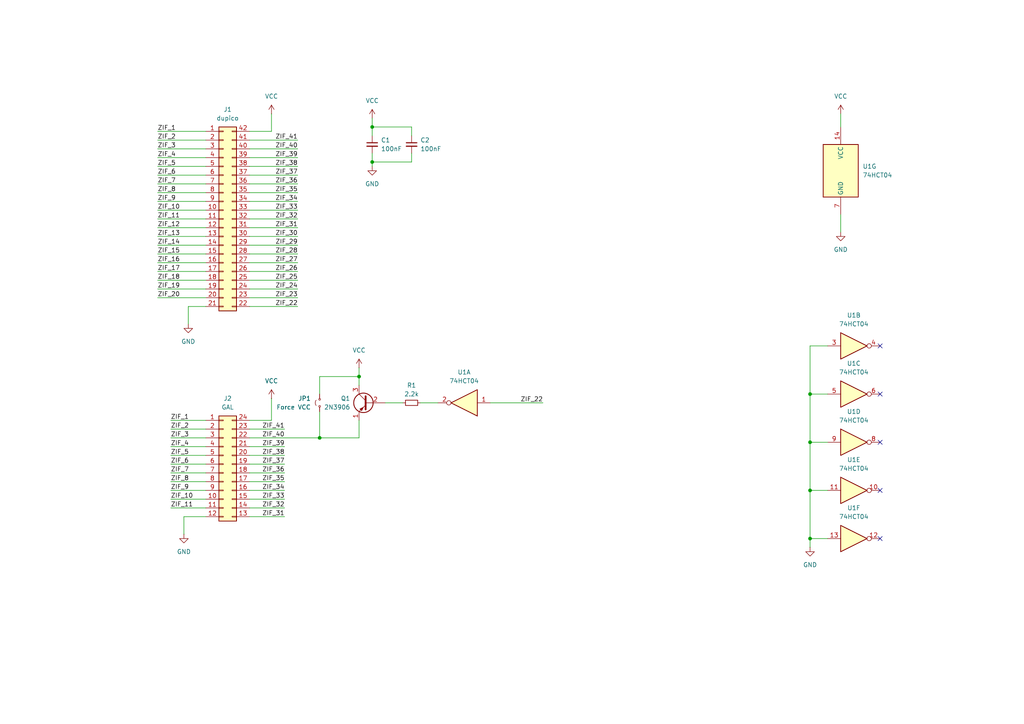
<source format=kicad_sch>
(kicad_sch
	(version 20231120)
	(generator "eeschema")
	(generator_version "8.0")
	(uuid "b47065c5-f2e0-44b0-bc22-77ffc0c38ad4")
	(paper "A4")
	(lib_symbols
		(symbol "74xx:74HCT04"
			(exclude_from_sim no)
			(in_bom yes)
			(on_board yes)
			(property "Reference" "U"
				(at 0 1.27 0)
				(effects
					(font
						(size 1.27 1.27)
					)
				)
			)
			(property "Value" "74HCT04"
				(at 0 -1.27 0)
				(effects
					(font
						(size 1.27 1.27)
					)
				)
			)
			(property "Footprint" ""
				(at 0 0 0)
				(effects
					(font
						(size 1.27 1.27)
					)
					(hide yes)
				)
			)
			(property "Datasheet" "https://assets.nexperia.com/documents/data-sheet/74HC_HCT04.pdf"
				(at 0 0 0)
				(effects
					(font
						(size 1.27 1.27)
					)
					(hide yes)
				)
			)
			(property "Description" "Hex Inverter"
				(at 0 0 0)
				(effects
					(font
						(size 1.27 1.27)
					)
					(hide yes)
				)
			)
			(property "ki_locked" ""
				(at 0 0 0)
				(effects
					(font
						(size 1.27 1.27)
					)
				)
			)
			(property "ki_keywords" "HCTMOS not inv"
				(at 0 0 0)
				(effects
					(font
						(size 1.27 1.27)
					)
					(hide yes)
				)
			)
			(property "ki_fp_filters" "DIP*W7.62mm* SSOP?14* TSSOP?14*"
				(at 0 0 0)
				(effects
					(font
						(size 1.27 1.27)
					)
					(hide yes)
				)
			)
			(symbol "74HCT04_1_0"
				(polyline
					(pts
						(xy -3.81 3.81) (xy -3.81 -3.81) (xy 3.81 0) (xy -3.81 3.81)
					)
					(stroke
						(width 0.254)
						(type default)
					)
					(fill
						(type background)
					)
				)
				(pin input line
					(at -7.62 0 0)
					(length 3.81)
					(name "~"
						(effects
							(font
								(size 1.27 1.27)
							)
						)
					)
					(number "1"
						(effects
							(font
								(size 1.27 1.27)
							)
						)
					)
				)
				(pin output inverted
					(at 7.62 0 180)
					(length 3.81)
					(name "~"
						(effects
							(font
								(size 1.27 1.27)
							)
						)
					)
					(number "2"
						(effects
							(font
								(size 1.27 1.27)
							)
						)
					)
				)
			)
			(symbol "74HCT04_2_0"
				(polyline
					(pts
						(xy -3.81 3.81) (xy -3.81 -3.81) (xy 3.81 0) (xy -3.81 3.81)
					)
					(stroke
						(width 0.254)
						(type default)
					)
					(fill
						(type background)
					)
				)
				(pin input line
					(at -7.62 0 0)
					(length 3.81)
					(name "~"
						(effects
							(font
								(size 1.27 1.27)
							)
						)
					)
					(number "3"
						(effects
							(font
								(size 1.27 1.27)
							)
						)
					)
				)
				(pin output inverted
					(at 7.62 0 180)
					(length 3.81)
					(name "~"
						(effects
							(font
								(size 1.27 1.27)
							)
						)
					)
					(number "4"
						(effects
							(font
								(size 1.27 1.27)
							)
						)
					)
				)
			)
			(symbol "74HCT04_3_0"
				(polyline
					(pts
						(xy -3.81 3.81) (xy -3.81 -3.81) (xy 3.81 0) (xy -3.81 3.81)
					)
					(stroke
						(width 0.254)
						(type default)
					)
					(fill
						(type background)
					)
				)
				(pin input line
					(at -7.62 0 0)
					(length 3.81)
					(name "~"
						(effects
							(font
								(size 1.27 1.27)
							)
						)
					)
					(number "5"
						(effects
							(font
								(size 1.27 1.27)
							)
						)
					)
				)
				(pin output inverted
					(at 7.62 0 180)
					(length 3.81)
					(name "~"
						(effects
							(font
								(size 1.27 1.27)
							)
						)
					)
					(number "6"
						(effects
							(font
								(size 1.27 1.27)
							)
						)
					)
				)
			)
			(symbol "74HCT04_4_0"
				(polyline
					(pts
						(xy -3.81 3.81) (xy -3.81 -3.81) (xy 3.81 0) (xy -3.81 3.81)
					)
					(stroke
						(width 0.254)
						(type default)
					)
					(fill
						(type background)
					)
				)
				(pin output inverted
					(at 7.62 0 180)
					(length 3.81)
					(name "~"
						(effects
							(font
								(size 1.27 1.27)
							)
						)
					)
					(number "8"
						(effects
							(font
								(size 1.27 1.27)
							)
						)
					)
				)
				(pin input line
					(at -7.62 0 0)
					(length 3.81)
					(name "~"
						(effects
							(font
								(size 1.27 1.27)
							)
						)
					)
					(number "9"
						(effects
							(font
								(size 1.27 1.27)
							)
						)
					)
				)
			)
			(symbol "74HCT04_5_0"
				(polyline
					(pts
						(xy -3.81 3.81) (xy -3.81 -3.81) (xy 3.81 0) (xy -3.81 3.81)
					)
					(stroke
						(width 0.254)
						(type default)
					)
					(fill
						(type background)
					)
				)
				(pin output inverted
					(at 7.62 0 180)
					(length 3.81)
					(name "~"
						(effects
							(font
								(size 1.27 1.27)
							)
						)
					)
					(number "10"
						(effects
							(font
								(size 1.27 1.27)
							)
						)
					)
				)
				(pin input line
					(at -7.62 0 0)
					(length 3.81)
					(name "~"
						(effects
							(font
								(size 1.27 1.27)
							)
						)
					)
					(number "11"
						(effects
							(font
								(size 1.27 1.27)
							)
						)
					)
				)
			)
			(symbol "74HCT04_6_0"
				(polyline
					(pts
						(xy -3.81 3.81) (xy -3.81 -3.81) (xy 3.81 0) (xy -3.81 3.81)
					)
					(stroke
						(width 0.254)
						(type default)
					)
					(fill
						(type background)
					)
				)
				(pin output inverted
					(at 7.62 0 180)
					(length 3.81)
					(name "~"
						(effects
							(font
								(size 1.27 1.27)
							)
						)
					)
					(number "12"
						(effects
							(font
								(size 1.27 1.27)
							)
						)
					)
				)
				(pin input line
					(at -7.62 0 0)
					(length 3.81)
					(name "~"
						(effects
							(font
								(size 1.27 1.27)
							)
						)
					)
					(number "13"
						(effects
							(font
								(size 1.27 1.27)
							)
						)
					)
				)
			)
			(symbol "74HCT04_7_0"
				(pin power_in line
					(at 0 12.7 270)
					(length 5.08)
					(name "VCC"
						(effects
							(font
								(size 1.27 1.27)
							)
						)
					)
					(number "14"
						(effects
							(font
								(size 1.27 1.27)
							)
						)
					)
				)
				(pin power_in line
					(at 0 -12.7 90)
					(length 5.08)
					(name "GND"
						(effects
							(font
								(size 1.27 1.27)
							)
						)
					)
					(number "7"
						(effects
							(font
								(size 1.27 1.27)
							)
						)
					)
				)
			)
			(symbol "74HCT04_7_1"
				(rectangle
					(start -5.08 7.62)
					(end 5.08 -7.62)
					(stroke
						(width 0.254)
						(type default)
					)
					(fill
						(type background)
					)
				)
			)
		)
		(symbol "Connector_Generic:Conn_02x12_Counter_Clockwise"
			(pin_names
				(offset 1.016) hide)
			(exclude_from_sim no)
			(in_bom yes)
			(on_board yes)
			(property "Reference" "J"
				(at 1.27 15.24 0)
				(effects
					(font
						(size 1.27 1.27)
					)
				)
			)
			(property "Value" "Conn_02x12_Counter_Clockwise"
				(at 1.27 -17.78 0)
				(effects
					(font
						(size 1.27 1.27)
					)
				)
			)
			(property "Footprint" ""
				(at 0 0 0)
				(effects
					(font
						(size 1.27 1.27)
					)
					(hide yes)
				)
			)
			(property "Datasheet" "~"
				(at 0 0 0)
				(effects
					(font
						(size 1.27 1.27)
					)
					(hide yes)
				)
			)
			(property "Description" "Generic connector, double row, 02x12, counter clockwise pin numbering scheme (similar to DIP package numbering), script generated (kicad-library-utils/schlib/autogen/connector/)"
				(at 0 0 0)
				(effects
					(font
						(size 1.27 1.27)
					)
					(hide yes)
				)
			)
			(property "ki_keywords" "connector"
				(at 0 0 0)
				(effects
					(font
						(size 1.27 1.27)
					)
					(hide yes)
				)
			)
			(property "ki_fp_filters" "Connector*:*_2x??_*"
				(at 0 0 0)
				(effects
					(font
						(size 1.27 1.27)
					)
					(hide yes)
				)
			)
			(symbol "Conn_02x12_Counter_Clockwise_1_1"
				(rectangle
					(start -1.27 -15.113)
					(end 0 -15.367)
					(stroke
						(width 0.1524)
						(type default)
					)
					(fill
						(type none)
					)
				)
				(rectangle
					(start -1.27 -12.573)
					(end 0 -12.827)
					(stroke
						(width 0.1524)
						(type default)
					)
					(fill
						(type none)
					)
				)
				(rectangle
					(start -1.27 -10.033)
					(end 0 -10.287)
					(stroke
						(width 0.1524)
						(type default)
					)
					(fill
						(type none)
					)
				)
				(rectangle
					(start -1.27 -7.493)
					(end 0 -7.747)
					(stroke
						(width 0.1524)
						(type default)
					)
					(fill
						(type none)
					)
				)
				(rectangle
					(start -1.27 -4.953)
					(end 0 -5.207)
					(stroke
						(width 0.1524)
						(type default)
					)
					(fill
						(type none)
					)
				)
				(rectangle
					(start -1.27 -2.413)
					(end 0 -2.667)
					(stroke
						(width 0.1524)
						(type default)
					)
					(fill
						(type none)
					)
				)
				(rectangle
					(start -1.27 0.127)
					(end 0 -0.127)
					(stroke
						(width 0.1524)
						(type default)
					)
					(fill
						(type none)
					)
				)
				(rectangle
					(start -1.27 2.667)
					(end 0 2.413)
					(stroke
						(width 0.1524)
						(type default)
					)
					(fill
						(type none)
					)
				)
				(rectangle
					(start -1.27 5.207)
					(end 0 4.953)
					(stroke
						(width 0.1524)
						(type default)
					)
					(fill
						(type none)
					)
				)
				(rectangle
					(start -1.27 7.747)
					(end 0 7.493)
					(stroke
						(width 0.1524)
						(type default)
					)
					(fill
						(type none)
					)
				)
				(rectangle
					(start -1.27 10.287)
					(end 0 10.033)
					(stroke
						(width 0.1524)
						(type default)
					)
					(fill
						(type none)
					)
				)
				(rectangle
					(start -1.27 12.827)
					(end 0 12.573)
					(stroke
						(width 0.1524)
						(type default)
					)
					(fill
						(type none)
					)
				)
				(rectangle
					(start -1.27 13.97)
					(end 3.81 -16.51)
					(stroke
						(width 0.254)
						(type default)
					)
					(fill
						(type background)
					)
				)
				(rectangle
					(start 3.81 -15.113)
					(end 2.54 -15.367)
					(stroke
						(width 0.1524)
						(type default)
					)
					(fill
						(type none)
					)
				)
				(rectangle
					(start 3.81 -12.573)
					(end 2.54 -12.827)
					(stroke
						(width 0.1524)
						(type default)
					)
					(fill
						(type none)
					)
				)
				(rectangle
					(start 3.81 -10.033)
					(end 2.54 -10.287)
					(stroke
						(width 0.1524)
						(type default)
					)
					(fill
						(type none)
					)
				)
				(rectangle
					(start 3.81 -7.493)
					(end 2.54 -7.747)
					(stroke
						(width 0.1524)
						(type default)
					)
					(fill
						(type none)
					)
				)
				(rectangle
					(start 3.81 -4.953)
					(end 2.54 -5.207)
					(stroke
						(width 0.1524)
						(type default)
					)
					(fill
						(type none)
					)
				)
				(rectangle
					(start 3.81 -2.413)
					(end 2.54 -2.667)
					(stroke
						(width 0.1524)
						(type default)
					)
					(fill
						(type none)
					)
				)
				(rectangle
					(start 3.81 0.127)
					(end 2.54 -0.127)
					(stroke
						(width 0.1524)
						(type default)
					)
					(fill
						(type none)
					)
				)
				(rectangle
					(start 3.81 2.667)
					(end 2.54 2.413)
					(stroke
						(width 0.1524)
						(type default)
					)
					(fill
						(type none)
					)
				)
				(rectangle
					(start 3.81 5.207)
					(end 2.54 4.953)
					(stroke
						(width 0.1524)
						(type default)
					)
					(fill
						(type none)
					)
				)
				(rectangle
					(start 3.81 7.747)
					(end 2.54 7.493)
					(stroke
						(width 0.1524)
						(type default)
					)
					(fill
						(type none)
					)
				)
				(rectangle
					(start 3.81 10.287)
					(end 2.54 10.033)
					(stroke
						(width 0.1524)
						(type default)
					)
					(fill
						(type none)
					)
				)
				(rectangle
					(start 3.81 12.827)
					(end 2.54 12.573)
					(stroke
						(width 0.1524)
						(type default)
					)
					(fill
						(type none)
					)
				)
				(pin passive line
					(at -5.08 12.7 0)
					(length 3.81)
					(name "Pin_1"
						(effects
							(font
								(size 1.27 1.27)
							)
						)
					)
					(number "1"
						(effects
							(font
								(size 1.27 1.27)
							)
						)
					)
				)
				(pin passive line
					(at -5.08 -10.16 0)
					(length 3.81)
					(name "Pin_10"
						(effects
							(font
								(size 1.27 1.27)
							)
						)
					)
					(number "10"
						(effects
							(font
								(size 1.27 1.27)
							)
						)
					)
				)
				(pin passive line
					(at -5.08 -12.7 0)
					(length 3.81)
					(name "Pin_11"
						(effects
							(font
								(size 1.27 1.27)
							)
						)
					)
					(number "11"
						(effects
							(font
								(size 1.27 1.27)
							)
						)
					)
				)
				(pin passive line
					(at -5.08 -15.24 0)
					(length 3.81)
					(name "Pin_12"
						(effects
							(font
								(size 1.27 1.27)
							)
						)
					)
					(number "12"
						(effects
							(font
								(size 1.27 1.27)
							)
						)
					)
				)
				(pin passive line
					(at 7.62 -15.24 180)
					(length 3.81)
					(name "Pin_13"
						(effects
							(font
								(size 1.27 1.27)
							)
						)
					)
					(number "13"
						(effects
							(font
								(size 1.27 1.27)
							)
						)
					)
				)
				(pin passive line
					(at 7.62 -12.7 180)
					(length 3.81)
					(name "Pin_14"
						(effects
							(font
								(size 1.27 1.27)
							)
						)
					)
					(number "14"
						(effects
							(font
								(size 1.27 1.27)
							)
						)
					)
				)
				(pin passive line
					(at 7.62 -10.16 180)
					(length 3.81)
					(name "Pin_15"
						(effects
							(font
								(size 1.27 1.27)
							)
						)
					)
					(number "15"
						(effects
							(font
								(size 1.27 1.27)
							)
						)
					)
				)
				(pin passive line
					(at 7.62 -7.62 180)
					(length 3.81)
					(name "Pin_16"
						(effects
							(font
								(size 1.27 1.27)
							)
						)
					)
					(number "16"
						(effects
							(font
								(size 1.27 1.27)
							)
						)
					)
				)
				(pin passive line
					(at 7.62 -5.08 180)
					(length 3.81)
					(name "Pin_17"
						(effects
							(font
								(size 1.27 1.27)
							)
						)
					)
					(number "17"
						(effects
							(font
								(size 1.27 1.27)
							)
						)
					)
				)
				(pin passive line
					(at 7.62 -2.54 180)
					(length 3.81)
					(name "Pin_18"
						(effects
							(font
								(size 1.27 1.27)
							)
						)
					)
					(number "18"
						(effects
							(font
								(size 1.27 1.27)
							)
						)
					)
				)
				(pin passive line
					(at 7.62 0 180)
					(length 3.81)
					(name "Pin_19"
						(effects
							(font
								(size 1.27 1.27)
							)
						)
					)
					(number "19"
						(effects
							(font
								(size 1.27 1.27)
							)
						)
					)
				)
				(pin passive line
					(at -5.08 10.16 0)
					(length 3.81)
					(name "Pin_2"
						(effects
							(font
								(size 1.27 1.27)
							)
						)
					)
					(number "2"
						(effects
							(font
								(size 1.27 1.27)
							)
						)
					)
				)
				(pin passive line
					(at 7.62 2.54 180)
					(length 3.81)
					(name "Pin_20"
						(effects
							(font
								(size 1.27 1.27)
							)
						)
					)
					(number "20"
						(effects
							(font
								(size 1.27 1.27)
							)
						)
					)
				)
				(pin passive line
					(at 7.62 5.08 180)
					(length 3.81)
					(name "Pin_21"
						(effects
							(font
								(size 1.27 1.27)
							)
						)
					)
					(number "21"
						(effects
							(font
								(size 1.27 1.27)
							)
						)
					)
				)
				(pin passive line
					(at 7.62 7.62 180)
					(length 3.81)
					(name "Pin_22"
						(effects
							(font
								(size 1.27 1.27)
							)
						)
					)
					(number "22"
						(effects
							(font
								(size 1.27 1.27)
							)
						)
					)
				)
				(pin passive line
					(at 7.62 10.16 180)
					(length 3.81)
					(name "Pin_23"
						(effects
							(font
								(size 1.27 1.27)
							)
						)
					)
					(number "23"
						(effects
							(font
								(size 1.27 1.27)
							)
						)
					)
				)
				(pin passive line
					(at 7.62 12.7 180)
					(length 3.81)
					(name "Pin_24"
						(effects
							(font
								(size 1.27 1.27)
							)
						)
					)
					(number "24"
						(effects
							(font
								(size 1.27 1.27)
							)
						)
					)
				)
				(pin passive line
					(at -5.08 7.62 0)
					(length 3.81)
					(name "Pin_3"
						(effects
							(font
								(size 1.27 1.27)
							)
						)
					)
					(number "3"
						(effects
							(font
								(size 1.27 1.27)
							)
						)
					)
				)
				(pin passive line
					(at -5.08 5.08 0)
					(length 3.81)
					(name "Pin_4"
						(effects
							(font
								(size 1.27 1.27)
							)
						)
					)
					(number "4"
						(effects
							(font
								(size 1.27 1.27)
							)
						)
					)
				)
				(pin passive line
					(at -5.08 2.54 0)
					(length 3.81)
					(name "Pin_5"
						(effects
							(font
								(size 1.27 1.27)
							)
						)
					)
					(number "5"
						(effects
							(font
								(size 1.27 1.27)
							)
						)
					)
				)
				(pin passive line
					(at -5.08 0 0)
					(length 3.81)
					(name "Pin_6"
						(effects
							(font
								(size 1.27 1.27)
							)
						)
					)
					(number "6"
						(effects
							(font
								(size 1.27 1.27)
							)
						)
					)
				)
				(pin passive line
					(at -5.08 -2.54 0)
					(length 3.81)
					(name "Pin_7"
						(effects
							(font
								(size 1.27 1.27)
							)
						)
					)
					(number "7"
						(effects
							(font
								(size 1.27 1.27)
							)
						)
					)
				)
				(pin passive line
					(at -5.08 -5.08 0)
					(length 3.81)
					(name "Pin_8"
						(effects
							(font
								(size 1.27 1.27)
							)
						)
					)
					(number "8"
						(effects
							(font
								(size 1.27 1.27)
							)
						)
					)
				)
				(pin passive line
					(at -5.08 -7.62 0)
					(length 3.81)
					(name "Pin_9"
						(effects
							(font
								(size 1.27 1.27)
							)
						)
					)
					(number "9"
						(effects
							(font
								(size 1.27 1.27)
							)
						)
					)
				)
			)
		)
		(symbol "Connector_Generic:Conn_02x21_Counter_Clockwise"
			(pin_names
				(offset 1.016) hide)
			(exclude_from_sim no)
			(in_bom yes)
			(on_board yes)
			(property "Reference" "J"
				(at 1.27 27.94 0)
				(effects
					(font
						(size 1.27 1.27)
					)
				)
			)
			(property "Value" "Conn_02x21_Counter_Clockwise"
				(at 1.27 -27.94 0)
				(effects
					(font
						(size 1.27 1.27)
					)
				)
			)
			(property "Footprint" ""
				(at 0 0 0)
				(effects
					(font
						(size 1.27 1.27)
					)
					(hide yes)
				)
			)
			(property "Datasheet" "~"
				(at 0 0 0)
				(effects
					(font
						(size 1.27 1.27)
					)
					(hide yes)
				)
			)
			(property "Description" "Generic connector, double row, 02x21, counter clockwise pin numbering scheme (similar to DIP package numbering), script generated (kicad-library-utils/schlib/autogen/connector/)"
				(at 0 0 0)
				(effects
					(font
						(size 1.27 1.27)
					)
					(hide yes)
				)
			)
			(property "ki_keywords" "connector"
				(at 0 0 0)
				(effects
					(font
						(size 1.27 1.27)
					)
					(hide yes)
				)
			)
			(property "ki_fp_filters" "Connector*:*_2x??_*"
				(at 0 0 0)
				(effects
					(font
						(size 1.27 1.27)
					)
					(hide yes)
				)
			)
			(symbol "Conn_02x21_Counter_Clockwise_1_1"
				(rectangle
					(start -1.27 -25.273)
					(end 0 -25.527)
					(stroke
						(width 0.1524)
						(type default)
					)
					(fill
						(type none)
					)
				)
				(rectangle
					(start -1.27 -22.733)
					(end 0 -22.987)
					(stroke
						(width 0.1524)
						(type default)
					)
					(fill
						(type none)
					)
				)
				(rectangle
					(start -1.27 -20.193)
					(end 0 -20.447)
					(stroke
						(width 0.1524)
						(type default)
					)
					(fill
						(type none)
					)
				)
				(rectangle
					(start -1.27 -17.653)
					(end 0 -17.907)
					(stroke
						(width 0.1524)
						(type default)
					)
					(fill
						(type none)
					)
				)
				(rectangle
					(start -1.27 -15.113)
					(end 0 -15.367)
					(stroke
						(width 0.1524)
						(type default)
					)
					(fill
						(type none)
					)
				)
				(rectangle
					(start -1.27 -12.573)
					(end 0 -12.827)
					(stroke
						(width 0.1524)
						(type default)
					)
					(fill
						(type none)
					)
				)
				(rectangle
					(start -1.27 -10.033)
					(end 0 -10.287)
					(stroke
						(width 0.1524)
						(type default)
					)
					(fill
						(type none)
					)
				)
				(rectangle
					(start -1.27 -7.493)
					(end 0 -7.747)
					(stroke
						(width 0.1524)
						(type default)
					)
					(fill
						(type none)
					)
				)
				(rectangle
					(start -1.27 -4.953)
					(end 0 -5.207)
					(stroke
						(width 0.1524)
						(type default)
					)
					(fill
						(type none)
					)
				)
				(rectangle
					(start -1.27 -2.413)
					(end 0 -2.667)
					(stroke
						(width 0.1524)
						(type default)
					)
					(fill
						(type none)
					)
				)
				(rectangle
					(start -1.27 0.127)
					(end 0 -0.127)
					(stroke
						(width 0.1524)
						(type default)
					)
					(fill
						(type none)
					)
				)
				(rectangle
					(start -1.27 2.667)
					(end 0 2.413)
					(stroke
						(width 0.1524)
						(type default)
					)
					(fill
						(type none)
					)
				)
				(rectangle
					(start -1.27 5.207)
					(end 0 4.953)
					(stroke
						(width 0.1524)
						(type default)
					)
					(fill
						(type none)
					)
				)
				(rectangle
					(start -1.27 7.747)
					(end 0 7.493)
					(stroke
						(width 0.1524)
						(type default)
					)
					(fill
						(type none)
					)
				)
				(rectangle
					(start -1.27 10.287)
					(end 0 10.033)
					(stroke
						(width 0.1524)
						(type default)
					)
					(fill
						(type none)
					)
				)
				(rectangle
					(start -1.27 12.827)
					(end 0 12.573)
					(stroke
						(width 0.1524)
						(type default)
					)
					(fill
						(type none)
					)
				)
				(rectangle
					(start -1.27 15.367)
					(end 0 15.113)
					(stroke
						(width 0.1524)
						(type default)
					)
					(fill
						(type none)
					)
				)
				(rectangle
					(start -1.27 17.907)
					(end 0 17.653)
					(stroke
						(width 0.1524)
						(type default)
					)
					(fill
						(type none)
					)
				)
				(rectangle
					(start -1.27 20.447)
					(end 0 20.193)
					(stroke
						(width 0.1524)
						(type default)
					)
					(fill
						(type none)
					)
				)
				(rectangle
					(start -1.27 22.987)
					(end 0 22.733)
					(stroke
						(width 0.1524)
						(type default)
					)
					(fill
						(type none)
					)
				)
				(rectangle
					(start -1.27 25.527)
					(end 0 25.273)
					(stroke
						(width 0.1524)
						(type default)
					)
					(fill
						(type none)
					)
				)
				(rectangle
					(start -1.27 26.67)
					(end 3.81 -26.67)
					(stroke
						(width 0.254)
						(type default)
					)
					(fill
						(type background)
					)
				)
				(rectangle
					(start 3.81 -25.273)
					(end 2.54 -25.527)
					(stroke
						(width 0.1524)
						(type default)
					)
					(fill
						(type none)
					)
				)
				(rectangle
					(start 3.81 -22.733)
					(end 2.54 -22.987)
					(stroke
						(width 0.1524)
						(type default)
					)
					(fill
						(type none)
					)
				)
				(rectangle
					(start 3.81 -20.193)
					(end 2.54 -20.447)
					(stroke
						(width 0.1524)
						(type default)
					)
					(fill
						(type none)
					)
				)
				(rectangle
					(start 3.81 -17.653)
					(end 2.54 -17.907)
					(stroke
						(width 0.1524)
						(type default)
					)
					(fill
						(type none)
					)
				)
				(rectangle
					(start 3.81 -15.113)
					(end 2.54 -15.367)
					(stroke
						(width 0.1524)
						(type default)
					)
					(fill
						(type none)
					)
				)
				(rectangle
					(start 3.81 -12.573)
					(end 2.54 -12.827)
					(stroke
						(width 0.1524)
						(type default)
					)
					(fill
						(type none)
					)
				)
				(rectangle
					(start 3.81 -10.033)
					(end 2.54 -10.287)
					(stroke
						(width 0.1524)
						(type default)
					)
					(fill
						(type none)
					)
				)
				(rectangle
					(start 3.81 -7.493)
					(end 2.54 -7.747)
					(stroke
						(width 0.1524)
						(type default)
					)
					(fill
						(type none)
					)
				)
				(rectangle
					(start 3.81 -4.953)
					(end 2.54 -5.207)
					(stroke
						(width 0.1524)
						(type default)
					)
					(fill
						(type none)
					)
				)
				(rectangle
					(start 3.81 -2.413)
					(end 2.54 -2.667)
					(stroke
						(width 0.1524)
						(type default)
					)
					(fill
						(type none)
					)
				)
				(rectangle
					(start 3.81 0.127)
					(end 2.54 -0.127)
					(stroke
						(width 0.1524)
						(type default)
					)
					(fill
						(type none)
					)
				)
				(rectangle
					(start 3.81 2.667)
					(end 2.54 2.413)
					(stroke
						(width 0.1524)
						(type default)
					)
					(fill
						(type none)
					)
				)
				(rectangle
					(start 3.81 5.207)
					(end 2.54 4.953)
					(stroke
						(width 0.1524)
						(type default)
					)
					(fill
						(type none)
					)
				)
				(rectangle
					(start 3.81 7.747)
					(end 2.54 7.493)
					(stroke
						(width 0.1524)
						(type default)
					)
					(fill
						(type none)
					)
				)
				(rectangle
					(start 3.81 10.287)
					(end 2.54 10.033)
					(stroke
						(width 0.1524)
						(type default)
					)
					(fill
						(type none)
					)
				)
				(rectangle
					(start 3.81 12.827)
					(end 2.54 12.573)
					(stroke
						(width 0.1524)
						(type default)
					)
					(fill
						(type none)
					)
				)
				(rectangle
					(start 3.81 15.367)
					(end 2.54 15.113)
					(stroke
						(width 0.1524)
						(type default)
					)
					(fill
						(type none)
					)
				)
				(rectangle
					(start 3.81 17.907)
					(end 2.54 17.653)
					(stroke
						(width 0.1524)
						(type default)
					)
					(fill
						(type none)
					)
				)
				(rectangle
					(start 3.81 20.447)
					(end 2.54 20.193)
					(stroke
						(width 0.1524)
						(type default)
					)
					(fill
						(type none)
					)
				)
				(rectangle
					(start 3.81 22.987)
					(end 2.54 22.733)
					(stroke
						(width 0.1524)
						(type default)
					)
					(fill
						(type none)
					)
				)
				(rectangle
					(start 3.81 25.527)
					(end 2.54 25.273)
					(stroke
						(width 0.1524)
						(type default)
					)
					(fill
						(type none)
					)
				)
				(pin passive line
					(at -5.08 25.4 0)
					(length 3.81)
					(name "Pin_1"
						(effects
							(font
								(size 1.27 1.27)
							)
						)
					)
					(number "1"
						(effects
							(font
								(size 1.27 1.27)
							)
						)
					)
				)
				(pin passive line
					(at -5.08 2.54 0)
					(length 3.81)
					(name "Pin_10"
						(effects
							(font
								(size 1.27 1.27)
							)
						)
					)
					(number "10"
						(effects
							(font
								(size 1.27 1.27)
							)
						)
					)
				)
				(pin passive line
					(at -5.08 0 0)
					(length 3.81)
					(name "Pin_11"
						(effects
							(font
								(size 1.27 1.27)
							)
						)
					)
					(number "11"
						(effects
							(font
								(size 1.27 1.27)
							)
						)
					)
				)
				(pin passive line
					(at -5.08 -2.54 0)
					(length 3.81)
					(name "Pin_12"
						(effects
							(font
								(size 1.27 1.27)
							)
						)
					)
					(number "12"
						(effects
							(font
								(size 1.27 1.27)
							)
						)
					)
				)
				(pin passive line
					(at -5.08 -5.08 0)
					(length 3.81)
					(name "Pin_13"
						(effects
							(font
								(size 1.27 1.27)
							)
						)
					)
					(number "13"
						(effects
							(font
								(size 1.27 1.27)
							)
						)
					)
				)
				(pin passive line
					(at -5.08 -7.62 0)
					(length 3.81)
					(name "Pin_14"
						(effects
							(font
								(size 1.27 1.27)
							)
						)
					)
					(number "14"
						(effects
							(font
								(size 1.27 1.27)
							)
						)
					)
				)
				(pin passive line
					(at -5.08 -10.16 0)
					(length 3.81)
					(name "Pin_15"
						(effects
							(font
								(size 1.27 1.27)
							)
						)
					)
					(number "15"
						(effects
							(font
								(size 1.27 1.27)
							)
						)
					)
				)
				(pin passive line
					(at -5.08 -12.7 0)
					(length 3.81)
					(name "Pin_16"
						(effects
							(font
								(size 1.27 1.27)
							)
						)
					)
					(number "16"
						(effects
							(font
								(size 1.27 1.27)
							)
						)
					)
				)
				(pin passive line
					(at -5.08 -15.24 0)
					(length 3.81)
					(name "Pin_17"
						(effects
							(font
								(size 1.27 1.27)
							)
						)
					)
					(number "17"
						(effects
							(font
								(size 1.27 1.27)
							)
						)
					)
				)
				(pin passive line
					(at -5.08 -17.78 0)
					(length 3.81)
					(name "Pin_18"
						(effects
							(font
								(size 1.27 1.27)
							)
						)
					)
					(number "18"
						(effects
							(font
								(size 1.27 1.27)
							)
						)
					)
				)
				(pin passive line
					(at -5.08 -20.32 0)
					(length 3.81)
					(name "Pin_19"
						(effects
							(font
								(size 1.27 1.27)
							)
						)
					)
					(number "19"
						(effects
							(font
								(size 1.27 1.27)
							)
						)
					)
				)
				(pin passive line
					(at -5.08 22.86 0)
					(length 3.81)
					(name "Pin_2"
						(effects
							(font
								(size 1.27 1.27)
							)
						)
					)
					(number "2"
						(effects
							(font
								(size 1.27 1.27)
							)
						)
					)
				)
				(pin passive line
					(at -5.08 -22.86 0)
					(length 3.81)
					(name "Pin_20"
						(effects
							(font
								(size 1.27 1.27)
							)
						)
					)
					(number "20"
						(effects
							(font
								(size 1.27 1.27)
							)
						)
					)
				)
				(pin passive line
					(at -5.08 -25.4 0)
					(length 3.81)
					(name "Pin_21"
						(effects
							(font
								(size 1.27 1.27)
							)
						)
					)
					(number "21"
						(effects
							(font
								(size 1.27 1.27)
							)
						)
					)
				)
				(pin passive line
					(at 7.62 -25.4 180)
					(length 3.81)
					(name "Pin_22"
						(effects
							(font
								(size 1.27 1.27)
							)
						)
					)
					(number "22"
						(effects
							(font
								(size 1.27 1.27)
							)
						)
					)
				)
				(pin passive line
					(at 7.62 -22.86 180)
					(length 3.81)
					(name "Pin_23"
						(effects
							(font
								(size 1.27 1.27)
							)
						)
					)
					(number "23"
						(effects
							(font
								(size 1.27 1.27)
							)
						)
					)
				)
				(pin passive line
					(at 7.62 -20.32 180)
					(length 3.81)
					(name "Pin_24"
						(effects
							(font
								(size 1.27 1.27)
							)
						)
					)
					(number "24"
						(effects
							(font
								(size 1.27 1.27)
							)
						)
					)
				)
				(pin passive line
					(at 7.62 -17.78 180)
					(length 3.81)
					(name "Pin_25"
						(effects
							(font
								(size 1.27 1.27)
							)
						)
					)
					(number "25"
						(effects
							(font
								(size 1.27 1.27)
							)
						)
					)
				)
				(pin passive line
					(at 7.62 -15.24 180)
					(length 3.81)
					(name "Pin_26"
						(effects
							(font
								(size 1.27 1.27)
							)
						)
					)
					(number "26"
						(effects
							(font
								(size 1.27 1.27)
							)
						)
					)
				)
				(pin passive line
					(at 7.62 -12.7 180)
					(length 3.81)
					(name "Pin_27"
						(effects
							(font
								(size 1.27 1.27)
							)
						)
					)
					(number "27"
						(effects
							(font
								(size 1.27 1.27)
							)
						)
					)
				)
				(pin passive line
					(at 7.62 -10.16 180)
					(length 3.81)
					(name "Pin_28"
						(effects
							(font
								(size 1.27 1.27)
							)
						)
					)
					(number "28"
						(effects
							(font
								(size 1.27 1.27)
							)
						)
					)
				)
				(pin passive line
					(at 7.62 -7.62 180)
					(length 3.81)
					(name "Pin_29"
						(effects
							(font
								(size 1.27 1.27)
							)
						)
					)
					(number "29"
						(effects
							(font
								(size 1.27 1.27)
							)
						)
					)
				)
				(pin passive line
					(at -5.08 20.32 0)
					(length 3.81)
					(name "Pin_3"
						(effects
							(font
								(size 1.27 1.27)
							)
						)
					)
					(number "3"
						(effects
							(font
								(size 1.27 1.27)
							)
						)
					)
				)
				(pin passive line
					(at 7.62 -5.08 180)
					(length 3.81)
					(name "Pin_30"
						(effects
							(font
								(size 1.27 1.27)
							)
						)
					)
					(number "30"
						(effects
							(font
								(size 1.27 1.27)
							)
						)
					)
				)
				(pin passive line
					(at 7.62 -2.54 180)
					(length 3.81)
					(name "Pin_31"
						(effects
							(font
								(size 1.27 1.27)
							)
						)
					)
					(number "31"
						(effects
							(font
								(size 1.27 1.27)
							)
						)
					)
				)
				(pin passive line
					(at 7.62 0 180)
					(length 3.81)
					(name "Pin_32"
						(effects
							(font
								(size 1.27 1.27)
							)
						)
					)
					(number "32"
						(effects
							(font
								(size 1.27 1.27)
							)
						)
					)
				)
				(pin passive line
					(at 7.62 2.54 180)
					(length 3.81)
					(name "Pin_33"
						(effects
							(font
								(size 1.27 1.27)
							)
						)
					)
					(number "33"
						(effects
							(font
								(size 1.27 1.27)
							)
						)
					)
				)
				(pin passive line
					(at 7.62 5.08 180)
					(length 3.81)
					(name "Pin_34"
						(effects
							(font
								(size 1.27 1.27)
							)
						)
					)
					(number "34"
						(effects
							(font
								(size 1.27 1.27)
							)
						)
					)
				)
				(pin passive line
					(at 7.62 7.62 180)
					(length 3.81)
					(name "Pin_35"
						(effects
							(font
								(size 1.27 1.27)
							)
						)
					)
					(number "35"
						(effects
							(font
								(size 1.27 1.27)
							)
						)
					)
				)
				(pin passive line
					(at 7.62 10.16 180)
					(length 3.81)
					(name "Pin_36"
						(effects
							(font
								(size 1.27 1.27)
							)
						)
					)
					(number "36"
						(effects
							(font
								(size 1.27 1.27)
							)
						)
					)
				)
				(pin passive line
					(at 7.62 12.7 180)
					(length 3.81)
					(name "Pin_37"
						(effects
							(font
								(size 1.27 1.27)
							)
						)
					)
					(number "37"
						(effects
							(font
								(size 1.27 1.27)
							)
						)
					)
				)
				(pin passive line
					(at 7.62 15.24 180)
					(length 3.81)
					(name "Pin_38"
						(effects
							(font
								(size 1.27 1.27)
							)
						)
					)
					(number "38"
						(effects
							(font
								(size 1.27 1.27)
							)
						)
					)
				)
				(pin passive line
					(at 7.62 17.78 180)
					(length 3.81)
					(name "Pin_39"
						(effects
							(font
								(size 1.27 1.27)
							)
						)
					)
					(number "39"
						(effects
							(font
								(size 1.27 1.27)
							)
						)
					)
				)
				(pin passive line
					(at -5.08 17.78 0)
					(length 3.81)
					(name "Pin_4"
						(effects
							(font
								(size 1.27 1.27)
							)
						)
					)
					(number "4"
						(effects
							(font
								(size 1.27 1.27)
							)
						)
					)
				)
				(pin passive line
					(at 7.62 20.32 180)
					(length 3.81)
					(name "Pin_40"
						(effects
							(font
								(size 1.27 1.27)
							)
						)
					)
					(number "40"
						(effects
							(font
								(size 1.27 1.27)
							)
						)
					)
				)
				(pin passive line
					(at 7.62 22.86 180)
					(length 3.81)
					(name "Pin_41"
						(effects
							(font
								(size 1.27 1.27)
							)
						)
					)
					(number "41"
						(effects
							(font
								(size 1.27 1.27)
							)
						)
					)
				)
				(pin passive line
					(at 7.62 25.4 180)
					(length 3.81)
					(name "Pin_42"
						(effects
							(font
								(size 1.27 1.27)
							)
						)
					)
					(number "42"
						(effects
							(font
								(size 1.27 1.27)
							)
						)
					)
				)
				(pin passive line
					(at -5.08 15.24 0)
					(length 3.81)
					(name "Pin_5"
						(effects
							(font
								(size 1.27 1.27)
							)
						)
					)
					(number "5"
						(effects
							(font
								(size 1.27 1.27)
							)
						)
					)
				)
				(pin passive line
					(at -5.08 12.7 0)
					(length 3.81)
					(name "Pin_6"
						(effects
							(font
								(size 1.27 1.27)
							)
						)
					)
					(number "6"
						(effects
							(font
								(size 1.27 1.27)
							)
						)
					)
				)
				(pin passive line
					(at -5.08 10.16 0)
					(length 3.81)
					(name "Pin_7"
						(effects
							(font
								(size 1.27 1.27)
							)
						)
					)
					(number "7"
						(effects
							(font
								(size 1.27 1.27)
							)
						)
					)
				)
				(pin passive line
					(at -5.08 7.62 0)
					(length 3.81)
					(name "Pin_8"
						(effects
							(font
								(size 1.27 1.27)
							)
						)
					)
					(number "8"
						(effects
							(font
								(size 1.27 1.27)
							)
						)
					)
				)
				(pin passive line
					(at -5.08 5.08 0)
					(length 3.81)
					(name "Pin_9"
						(effects
							(font
								(size 1.27 1.27)
							)
						)
					)
					(number "9"
						(effects
							(font
								(size 1.27 1.27)
							)
						)
					)
				)
			)
		)
		(symbol "Device:C_Small"
			(pin_numbers hide)
			(pin_names
				(offset 0.254) hide)
			(exclude_from_sim no)
			(in_bom yes)
			(on_board yes)
			(property "Reference" "C"
				(at 0.254 1.778 0)
				(effects
					(font
						(size 1.27 1.27)
					)
					(justify left)
				)
			)
			(property "Value" "C_Small"
				(at 0.254 -2.032 0)
				(effects
					(font
						(size 1.27 1.27)
					)
					(justify left)
				)
			)
			(property "Footprint" ""
				(at 0 0 0)
				(effects
					(font
						(size 1.27 1.27)
					)
					(hide yes)
				)
			)
			(property "Datasheet" "~"
				(at 0 0 0)
				(effects
					(font
						(size 1.27 1.27)
					)
					(hide yes)
				)
			)
			(property "Description" "Unpolarized capacitor, small symbol"
				(at 0 0 0)
				(effects
					(font
						(size 1.27 1.27)
					)
					(hide yes)
				)
			)
			(property "ki_keywords" "capacitor cap"
				(at 0 0 0)
				(effects
					(font
						(size 1.27 1.27)
					)
					(hide yes)
				)
			)
			(property "ki_fp_filters" "C_*"
				(at 0 0 0)
				(effects
					(font
						(size 1.27 1.27)
					)
					(hide yes)
				)
			)
			(symbol "C_Small_0_1"
				(polyline
					(pts
						(xy -1.524 -0.508) (xy 1.524 -0.508)
					)
					(stroke
						(width 0.3302)
						(type default)
					)
					(fill
						(type none)
					)
				)
				(polyline
					(pts
						(xy -1.524 0.508) (xy 1.524 0.508)
					)
					(stroke
						(width 0.3048)
						(type default)
					)
					(fill
						(type none)
					)
				)
			)
			(symbol "C_Small_1_1"
				(pin passive line
					(at 0 2.54 270)
					(length 2.032)
					(name "~"
						(effects
							(font
								(size 1.27 1.27)
							)
						)
					)
					(number "1"
						(effects
							(font
								(size 1.27 1.27)
							)
						)
					)
				)
				(pin passive line
					(at 0 -2.54 90)
					(length 2.032)
					(name "~"
						(effects
							(font
								(size 1.27 1.27)
							)
						)
					)
					(number "2"
						(effects
							(font
								(size 1.27 1.27)
							)
						)
					)
				)
			)
		)
		(symbol "Device:R_Small"
			(pin_numbers hide)
			(pin_names
				(offset 0.254) hide)
			(exclude_from_sim no)
			(in_bom yes)
			(on_board yes)
			(property "Reference" "R"
				(at 0.762 0.508 0)
				(effects
					(font
						(size 1.27 1.27)
					)
					(justify left)
				)
			)
			(property "Value" "R_Small"
				(at 0.762 -1.016 0)
				(effects
					(font
						(size 1.27 1.27)
					)
					(justify left)
				)
			)
			(property "Footprint" ""
				(at 0 0 0)
				(effects
					(font
						(size 1.27 1.27)
					)
					(hide yes)
				)
			)
			(property "Datasheet" "~"
				(at 0 0 0)
				(effects
					(font
						(size 1.27 1.27)
					)
					(hide yes)
				)
			)
			(property "Description" "Resistor, small symbol"
				(at 0 0 0)
				(effects
					(font
						(size 1.27 1.27)
					)
					(hide yes)
				)
			)
			(property "ki_keywords" "R resistor"
				(at 0 0 0)
				(effects
					(font
						(size 1.27 1.27)
					)
					(hide yes)
				)
			)
			(property "ki_fp_filters" "R_*"
				(at 0 0 0)
				(effects
					(font
						(size 1.27 1.27)
					)
					(hide yes)
				)
			)
			(symbol "R_Small_0_1"
				(rectangle
					(start -0.762 1.778)
					(end 0.762 -1.778)
					(stroke
						(width 0.2032)
						(type default)
					)
					(fill
						(type none)
					)
				)
			)
			(symbol "R_Small_1_1"
				(pin passive line
					(at 0 2.54 270)
					(length 0.762)
					(name "~"
						(effects
							(font
								(size 1.27 1.27)
							)
						)
					)
					(number "1"
						(effects
							(font
								(size 1.27 1.27)
							)
						)
					)
				)
				(pin passive line
					(at 0 -2.54 90)
					(length 0.762)
					(name "~"
						(effects
							(font
								(size 1.27 1.27)
							)
						)
					)
					(number "2"
						(effects
							(font
								(size 1.27 1.27)
							)
						)
					)
				)
			)
		)
		(symbol "Jumper:Jumper_2_Small_Open"
			(pin_numbers hide)
			(pin_names
				(offset 0) hide)
			(exclude_from_sim yes)
			(in_bom yes)
			(on_board yes)
			(property "Reference" "JP"
				(at 0 2.794 0)
				(effects
					(font
						(size 1.27 1.27)
					)
				)
			)
			(property "Value" "Jumper_2_Small_Open"
				(at 0 -2.286 0)
				(effects
					(font
						(size 1.27 1.27)
					)
				)
			)
			(property "Footprint" ""
				(at 0 0 0)
				(effects
					(font
						(size 1.27 1.27)
					)
					(hide yes)
				)
			)
			(property "Datasheet" "~"
				(at 0 0 0)
				(effects
					(font
						(size 1.27 1.27)
					)
					(hide yes)
				)
			)
			(property "Description" "Jumper, 2-pole, small symbol, open"
				(at 0 0 0)
				(effects
					(font
						(size 1.27 1.27)
					)
					(hide yes)
				)
			)
			(property "ki_keywords" "Jumper SPST"
				(at 0 0 0)
				(effects
					(font
						(size 1.27 1.27)
					)
					(hide yes)
				)
			)
			(property "ki_fp_filters" "Jumper* TestPoint*2Pads* TestPoint*Bridge*"
				(at 0 0 0)
				(effects
					(font
						(size 1.27 1.27)
					)
					(hide yes)
				)
			)
			(symbol "Jumper_2_Small_Open_0_0"
				(circle
					(center -1.016 0)
					(radius 0.254)
					(stroke
						(width 0)
						(type default)
					)
					(fill
						(type none)
					)
				)
				(circle
					(center 1.016 0)
					(radius 0.254)
					(stroke
						(width 0)
						(type default)
					)
					(fill
						(type none)
					)
				)
			)
			(symbol "Jumper_2_Small_Open_0_1"
				(arc
					(start 0.762 1.0196)
					(mid 0 1.2729)
					(end -0.762 1.0196)
					(stroke
						(width 0)
						(type default)
					)
					(fill
						(type none)
					)
				)
			)
			(symbol "Jumper_2_Small_Open_1_1"
				(pin passive line
					(at -2.54 0 0)
					(length 1.27)
					(name "A"
						(effects
							(font
								(size 1.27 1.27)
							)
						)
					)
					(number "1"
						(effects
							(font
								(size 1.27 1.27)
							)
						)
					)
				)
				(pin passive line
					(at 2.54 0 180)
					(length 1.27)
					(name "B"
						(effects
							(font
								(size 1.27 1.27)
							)
						)
					)
					(number "2"
						(effects
							(font
								(size 1.27 1.27)
							)
						)
					)
				)
			)
		)
		(symbol "Transistor_BJT:2N3906"
			(pin_names
				(offset 0) hide)
			(exclude_from_sim no)
			(in_bom yes)
			(on_board yes)
			(property "Reference" "Q"
				(at 5.08 1.905 0)
				(effects
					(font
						(size 1.27 1.27)
					)
					(justify left)
				)
			)
			(property "Value" "2N3906"
				(at 5.08 0 0)
				(effects
					(font
						(size 1.27 1.27)
					)
					(justify left)
				)
			)
			(property "Footprint" "Package_TO_SOT_THT:TO-92_Inline"
				(at 5.08 -1.905 0)
				(effects
					(font
						(size 1.27 1.27)
						(italic yes)
					)
					(justify left)
					(hide yes)
				)
			)
			(property "Datasheet" "https://www.onsemi.com/pub/Collateral/2N3906-D.PDF"
				(at 0 0 0)
				(effects
					(font
						(size 1.27 1.27)
					)
					(justify left)
					(hide yes)
				)
			)
			(property "Description" "-0.2A Ic, -40V Vce, Small Signal PNP Transistor, TO-92"
				(at 0 0 0)
				(effects
					(font
						(size 1.27 1.27)
					)
					(hide yes)
				)
			)
			(property "ki_keywords" "PNP Transistor"
				(at 0 0 0)
				(effects
					(font
						(size 1.27 1.27)
					)
					(hide yes)
				)
			)
			(property "ki_fp_filters" "TO?92*"
				(at 0 0 0)
				(effects
					(font
						(size 1.27 1.27)
					)
					(hide yes)
				)
			)
			(symbol "2N3906_0_1"
				(polyline
					(pts
						(xy 0.635 0.635) (xy 2.54 2.54)
					)
					(stroke
						(width 0)
						(type default)
					)
					(fill
						(type none)
					)
				)
				(polyline
					(pts
						(xy 0.635 -0.635) (xy 2.54 -2.54) (xy 2.54 -2.54)
					)
					(stroke
						(width 0)
						(type default)
					)
					(fill
						(type none)
					)
				)
				(polyline
					(pts
						(xy 0.635 1.905) (xy 0.635 -1.905) (xy 0.635 -1.905)
					)
					(stroke
						(width 0.508)
						(type default)
					)
					(fill
						(type none)
					)
				)
				(polyline
					(pts
						(xy 2.286 -1.778) (xy 1.778 -2.286) (xy 1.27 -1.27) (xy 2.286 -1.778) (xy 2.286 -1.778)
					)
					(stroke
						(width 0)
						(type default)
					)
					(fill
						(type outline)
					)
				)
				(circle
					(center 1.27 0)
					(radius 2.8194)
					(stroke
						(width 0.254)
						(type default)
					)
					(fill
						(type none)
					)
				)
			)
			(symbol "2N3906_1_1"
				(pin passive line
					(at 2.54 -5.08 90)
					(length 2.54)
					(name "E"
						(effects
							(font
								(size 1.27 1.27)
							)
						)
					)
					(number "1"
						(effects
							(font
								(size 1.27 1.27)
							)
						)
					)
				)
				(pin input line
					(at -5.08 0 0)
					(length 5.715)
					(name "B"
						(effects
							(font
								(size 1.27 1.27)
							)
						)
					)
					(number "2"
						(effects
							(font
								(size 1.27 1.27)
							)
						)
					)
				)
				(pin passive line
					(at 2.54 5.08 270)
					(length 2.54)
					(name "C"
						(effects
							(font
								(size 1.27 1.27)
							)
						)
					)
					(number "3"
						(effects
							(font
								(size 1.27 1.27)
							)
						)
					)
				)
			)
		)
		(symbol "power:GND"
			(power)
			(pin_numbers hide)
			(pin_names
				(offset 0) hide)
			(exclude_from_sim no)
			(in_bom yes)
			(on_board yes)
			(property "Reference" "#PWR"
				(at 0 -6.35 0)
				(effects
					(font
						(size 1.27 1.27)
					)
					(hide yes)
				)
			)
			(property "Value" "GND"
				(at 0 -3.81 0)
				(effects
					(font
						(size 1.27 1.27)
					)
				)
			)
			(property "Footprint" ""
				(at 0 0 0)
				(effects
					(font
						(size 1.27 1.27)
					)
					(hide yes)
				)
			)
			(property "Datasheet" ""
				(at 0 0 0)
				(effects
					(font
						(size 1.27 1.27)
					)
					(hide yes)
				)
			)
			(property "Description" "Power symbol creates a global label with name \"GND\" , ground"
				(at 0 0 0)
				(effects
					(font
						(size 1.27 1.27)
					)
					(hide yes)
				)
			)
			(property "ki_keywords" "global power"
				(at 0 0 0)
				(effects
					(font
						(size 1.27 1.27)
					)
					(hide yes)
				)
			)
			(symbol "GND_0_1"
				(polyline
					(pts
						(xy 0 0) (xy 0 -1.27) (xy 1.27 -1.27) (xy 0 -2.54) (xy -1.27 -1.27) (xy 0 -1.27)
					)
					(stroke
						(width 0)
						(type default)
					)
					(fill
						(type none)
					)
				)
			)
			(symbol "GND_1_1"
				(pin power_in line
					(at 0 0 270)
					(length 0)
					(name "~"
						(effects
							(font
								(size 1.27 1.27)
							)
						)
					)
					(number "1"
						(effects
							(font
								(size 1.27 1.27)
							)
						)
					)
				)
			)
		)
		(symbol "power:VCC"
			(power)
			(pin_numbers hide)
			(pin_names
				(offset 0) hide)
			(exclude_from_sim no)
			(in_bom yes)
			(on_board yes)
			(property "Reference" "#PWR"
				(at 0 -3.81 0)
				(effects
					(font
						(size 1.27 1.27)
					)
					(hide yes)
				)
			)
			(property "Value" "VCC"
				(at 0 3.556 0)
				(effects
					(font
						(size 1.27 1.27)
					)
				)
			)
			(property "Footprint" ""
				(at 0 0 0)
				(effects
					(font
						(size 1.27 1.27)
					)
					(hide yes)
				)
			)
			(property "Datasheet" ""
				(at 0 0 0)
				(effects
					(font
						(size 1.27 1.27)
					)
					(hide yes)
				)
			)
			(property "Description" "Power symbol creates a global label with name \"VCC\""
				(at 0 0 0)
				(effects
					(font
						(size 1.27 1.27)
					)
					(hide yes)
				)
			)
			(property "ki_keywords" "global power"
				(at 0 0 0)
				(effects
					(font
						(size 1.27 1.27)
					)
					(hide yes)
				)
			)
			(symbol "VCC_0_1"
				(polyline
					(pts
						(xy -0.762 1.27) (xy 0 2.54)
					)
					(stroke
						(width 0)
						(type default)
					)
					(fill
						(type none)
					)
				)
				(polyline
					(pts
						(xy 0 0) (xy 0 2.54)
					)
					(stroke
						(width 0)
						(type default)
					)
					(fill
						(type none)
					)
				)
				(polyline
					(pts
						(xy 0 2.54) (xy 0.762 1.27)
					)
					(stroke
						(width 0)
						(type default)
					)
					(fill
						(type none)
					)
				)
			)
			(symbol "VCC_1_1"
				(pin power_in line
					(at 0 0 90)
					(length 0)
					(name "~"
						(effects
							(font
								(size 1.27 1.27)
							)
						)
					)
					(number "1"
						(effects
							(font
								(size 1.27 1.27)
							)
						)
					)
				)
			)
		)
	)
	(junction
		(at 234.95 142.24)
		(diameter 0)
		(color 0 0 0 0)
		(uuid "03465005-6970-46be-9c0e-4ed9112bf632")
	)
	(junction
		(at 92.71 127)
		(diameter 0)
		(color 0 0 0 0)
		(uuid "55bff660-295b-4ea1-86eb-e6852357d17e")
	)
	(junction
		(at 107.95 46.99)
		(diameter 0)
		(color 0 0 0 0)
		(uuid "618a5ee0-0d8e-4c47-8c3d-bd10fdc654c9")
	)
	(junction
		(at 107.95 36.83)
		(diameter 0)
		(color 0 0 0 0)
		(uuid "78294534-efbc-48fd-adaf-725b3c939002")
	)
	(junction
		(at 104.14 109.22)
		(diameter 0)
		(color 0 0 0 0)
		(uuid "8cb1b2b0-9df5-4a07-9887-6c5ee37a40b9")
	)
	(junction
		(at 234.95 156.21)
		(diameter 0)
		(color 0 0 0 0)
		(uuid "d54b4215-dbd9-4e67-b231-b5b9763c22f7")
	)
	(junction
		(at 234.95 128.27)
		(diameter 0)
		(color 0 0 0 0)
		(uuid "e8e5ab66-6ea8-4f57-992b-04c29dc55795")
	)
	(junction
		(at 234.95 114.3)
		(diameter 0)
		(color 0 0 0 0)
		(uuid "fb438fde-ac69-4b2b-93be-6f95e5d30dc4")
	)
	(no_connect
		(at 255.27 100.33)
		(uuid "1fa8eb6b-d1bc-44bd-b1da-a6958246cbaf")
	)
	(no_connect
		(at 255.27 128.27)
		(uuid "5d92cfdd-1ba2-413f-ad7d-99468666a410")
	)
	(no_connect
		(at 255.27 156.21)
		(uuid "8e3e82f8-32bc-424a-8ad5-99b88afb6d35")
	)
	(no_connect
		(at 255.27 142.24)
		(uuid "cc999e15-4e9d-41e9-b85f-0e630e3a31b4")
	)
	(no_connect
		(at 255.27 114.3)
		(uuid "d663615f-7d48-45e5-ae93-2238fd9c717a")
	)
	(wire
		(pts
			(xy 45.72 71.12) (xy 59.69 71.12)
		)
		(stroke
			(width 0)
			(type default)
		)
		(uuid "016e01e9-7164-4bb4-b6fb-a6836ba80f8c")
	)
	(wire
		(pts
			(xy 92.71 114.3) (xy 92.71 109.22)
		)
		(stroke
			(width 0)
			(type default)
		)
		(uuid "0537c6b2-318e-4e6e-ada0-0e08ff944c4c")
	)
	(wire
		(pts
			(xy 72.39 53.34) (xy 86.36 53.34)
		)
		(stroke
			(width 0)
			(type default)
		)
		(uuid "07f8566e-8082-44b2-9391-9074f760e524")
	)
	(wire
		(pts
			(xy 49.53 144.78) (xy 59.69 144.78)
		)
		(stroke
			(width 0)
			(type default)
		)
		(uuid "080e2ec7-a44e-43d0-8cf3-28f0fbafbb40")
	)
	(wire
		(pts
			(xy 45.72 45.72) (xy 59.69 45.72)
		)
		(stroke
			(width 0)
			(type default)
		)
		(uuid "08ab92a4-9fbb-4050-9c18-3413e2c23e05")
	)
	(wire
		(pts
			(xy 107.95 36.83) (xy 119.38 36.83)
		)
		(stroke
			(width 0)
			(type default)
		)
		(uuid "0aa1f42e-ed87-4206-b522-4bca8cece554")
	)
	(wire
		(pts
			(xy 45.72 83.82) (xy 59.69 83.82)
		)
		(stroke
			(width 0)
			(type default)
		)
		(uuid "0efa18ae-55b4-4d80-a354-9cc707028277")
	)
	(wire
		(pts
			(xy 107.95 46.99) (xy 119.38 46.99)
		)
		(stroke
			(width 0)
			(type default)
		)
		(uuid "11ab7cc2-432c-40e6-abbc-ed22aabf15f6")
	)
	(wire
		(pts
			(xy 45.72 58.42) (xy 59.69 58.42)
		)
		(stroke
			(width 0)
			(type default)
		)
		(uuid "12823501-96bf-460a-b68b-0b396550262b")
	)
	(wire
		(pts
			(xy 234.95 142.24) (xy 240.03 142.24)
		)
		(stroke
			(width 0)
			(type default)
		)
		(uuid "15c9f7b6-d6b2-460c-91c6-f6798cae4128")
	)
	(wire
		(pts
			(xy 72.39 129.54) (xy 82.55 129.54)
		)
		(stroke
			(width 0)
			(type default)
		)
		(uuid "164b1273-5593-426c-a7fc-9054ee5dcb79")
	)
	(wire
		(pts
			(xy 45.72 50.8) (xy 59.69 50.8)
		)
		(stroke
			(width 0)
			(type default)
		)
		(uuid "17cd9003-d3b5-4c20-89bf-b5bcccde33f4")
	)
	(wire
		(pts
			(xy 45.72 66.04) (xy 59.69 66.04)
		)
		(stroke
			(width 0)
			(type default)
		)
		(uuid "1abd8a4b-2171-4bab-b54a-f54b4e7c7db9")
	)
	(wire
		(pts
			(xy 78.74 38.1) (xy 78.74 33.02)
		)
		(stroke
			(width 0)
			(type default)
		)
		(uuid "1b8ec008-7037-4039-a09a-20dbd0eacb91")
	)
	(wire
		(pts
			(xy 72.39 38.1) (xy 78.74 38.1)
		)
		(stroke
			(width 0)
			(type default)
		)
		(uuid "1bb9215a-cf37-465a-943c-54e430427877")
	)
	(wire
		(pts
			(xy 72.39 63.5) (xy 86.36 63.5)
		)
		(stroke
			(width 0)
			(type default)
		)
		(uuid "1d1db8d5-985c-4b9c-acf2-3bea3ea9c062")
	)
	(wire
		(pts
			(xy 45.72 73.66) (xy 59.69 73.66)
		)
		(stroke
			(width 0)
			(type default)
		)
		(uuid "1eee28c3-1b5b-44d6-8039-a9767b6151fa")
	)
	(wire
		(pts
			(xy 234.95 156.21) (xy 234.95 158.75)
		)
		(stroke
			(width 0)
			(type default)
		)
		(uuid "1f18ca03-9609-448d-9b92-c580ce422b2e")
	)
	(wire
		(pts
			(xy 104.14 109.22) (xy 104.14 111.76)
		)
		(stroke
			(width 0)
			(type default)
		)
		(uuid "22a6773c-312b-4d33-a371-d207c3714882")
	)
	(wire
		(pts
			(xy 53.34 154.94) (xy 53.34 149.86)
		)
		(stroke
			(width 0)
			(type default)
		)
		(uuid "24c28bb8-41ea-42ba-a02c-041246ee73cb")
	)
	(wire
		(pts
			(xy 72.39 60.96) (xy 86.36 60.96)
		)
		(stroke
			(width 0)
			(type default)
		)
		(uuid "2555be75-047e-4828-a216-001e9107fea2")
	)
	(wire
		(pts
			(xy 107.95 44.45) (xy 107.95 46.99)
		)
		(stroke
			(width 0)
			(type default)
		)
		(uuid "3c2d784e-7214-4b55-81b6-5a56533a4a68")
	)
	(wire
		(pts
			(xy 72.39 144.78) (xy 82.55 144.78)
		)
		(stroke
			(width 0)
			(type default)
		)
		(uuid "3c5959cd-e6a5-4f95-8d46-0d82e33e39ab")
	)
	(wire
		(pts
			(xy 107.95 34.29) (xy 107.95 36.83)
		)
		(stroke
			(width 0)
			(type default)
		)
		(uuid "40add4a2-2392-45d0-93d7-b1bf6240a67d")
	)
	(wire
		(pts
			(xy 49.53 132.08) (xy 59.69 132.08)
		)
		(stroke
			(width 0)
			(type default)
		)
		(uuid "41c9f961-e9b7-409c-a4ce-6685cf51b605")
	)
	(wire
		(pts
			(xy 45.72 68.58) (xy 59.69 68.58)
		)
		(stroke
			(width 0)
			(type default)
		)
		(uuid "46c4090b-c0db-40a4-b38f-a92e0749d06d")
	)
	(wire
		(pts
			(xy 72.39 88.9) (xy 86.36 88.9)
		)
		(stroke
			(width 0)
			(type default)
		)
		(uuid "471a3f4b-035d-4077-99d2-f002c555f154")
	)
	(wire
		(pts
			(xy 107.95 36.83) (xy 107.95 39.37)
		)
		(stroke
			(width 0)
			(type default)
		)
		(uuid "48615d96-2f0d-4e43-a6e2-43749e38d94e")
	)
	(wire
		(pts
			(xy 72.39 73.66) (xy 86.36 73.66)
		)
		(stroke
			(width 0)
			(type default)
		)
		(uuid "4d4b921a-9494-4468-b7e6-0c71c3318a5e")
	)
	(wire
		(pts
			(xy 142.24 116.84) (xy 157.48 116.84)
		)
		(stroke
			(width 0)
			(type default)
		)
		(uuid "4fadd5e5-8d2b-4c86-a333-dcad8ca8250a")
	)
	(wire
		(pts
			(xy 45.72 60.96) (xy 59.69 60.96)
		)
		(stroke
			(width 0)
			(type default)
		)
		(uuid "5204849f-2c7a-478d-b69c-1efccd291e58")
	)
	(wire
		(pts
			(xy 107.95 46.99) (xy 107.95 48.26)
		)
		(stroke
			(width 0)
			(type default)
		)
		(uuid "535fa635-54d6-4ddb-ae6c-3c1d22e74211")
	)
	(wire
		(pts
			(xy 78.74 121.92) (xy 78.74 115.57)
		)
		(stroke
			(width 0)
			(type default)
		)
		(uuid "5728f196-c1b7-4637-94e5-5afdf94cd3e7")
	)
	(wire
		(pts
			(xy 72.39 142.24) (xy 82.55 142.24)
		)
		(stroke
			(width 0)
			(type default)
		)
		(uuid "58d56522-afec-4ac6-a3c7-63e566c008a5")
	)
	(wire
		(pts
			(xy 243.84 33.02) (xy 243.84 36.83)
		)
		(stroke
			(width 0)
			(type default)
		)
		(uuid "5f8afcf6-f1c7-4e29-aca8-0ed315e594b2")
	)
	(wire
		(pts
			(xy 72.39 127) (xy 92.71 127)
		)
		(stroke
			(width 0)
			(type default)
		)
		(uuid "601eb7f6-40b4-4653-af77-ef811c546d8a")
	)
	(wire
		(pts
			(xy 72.39 43.18) (xy 86.36 43.18)
		)
		(stroke
			(width 0)
			(type default)
		)
		(uuid "68265710-2a55-4e79-a843-c89f09c359d9")
	)
	(wire
		(pts
			(xy 53.34 149.86) (xy 59.69 149.86)
		)
		(stroke
			(width 0)
			(type default)
		)
		(uuid "691b8a96-ce71-44f6-8941-650afafdfa66")
	)
	(wire
		(pts
			(xy 119.38 36.83) (xy 119.38 39.37)
		)
		(stroke
			(width 0)
			(type default)
		)
		(uuid "695c0b6f-de46-46c7-bad4-baa1df8d1130")
	)
	(wire
		(pts
			(xy 72.39 68.58) (xy 86.36 68.58)
		)
		(stroke
			(width 0)
			(type default)
		)
		(uuid "6e201d4f-54ed-416c-82dd-2e9e26707d9e")
	)
	(wire
		(pts
			(xy 72.39 58.42) (xy 86.36 58.42)
		)
		(stroke
			(width 0)
			(type default)
		)
		(uuid "6fd3edae-92fc-42cb-b299-ee541c8d5aef")
	)
	(wire
		(pts
			(xy 45.72 86.36) (xy 59.69 86.36)
		)
		(stroke
			(width 0)
			(type default)
		)
		(uuid "727529ba-d704-497a-9ec8-fd02fc662f95")
	)
	(wire
		(pts
			(xy 45.72 38.1) (xy 59.69 38.1)
		)
		(stroke
			(width 0)
			(type default)
		)
		(uuid "755d8b0a-33e4-4958-8dad-c2daa95464ed")
	)
	(wire
		(pts
			(xy 72.39 66.04) (xy 86.36 66.04)
		)
		(stroke
			(width 0)
			(type default)
		)
		(uuid "7a9bd0b9-31bc-43fc-8aa1-b48561f0ec1c")
	)
	(wire
		(pts
			(xy 45.72 76.2) (xy 59.69 76.2)
		)
		(stroke
			(width 0)
			(type default)
		)
		(uuid "7c8c02f7-3dee-4308-814a-327fe6fce7ad")
	)
	(wire
		(pts
			(xy 72.39 45.72) (xy 86.36 45.72)
		)
		(stroke
			(width 0)
			(type default)
		)
		(uuid "7d2103cc-c0d9-4be1-9242-438a32034f19")
	)
	(wire
		(pts
			(xy 45.72 48.26) (xy 59.69 48.26)
		)
		(stroke
			(width 0)
			(type default)
		)
		(uuid "7f21f08c-feed-4890-ae74-c681ca62346e")
	)
	(wire
		(pts
			(xy 72.39 121.92) (xy 78.74 121.92)
		)
		(stroke
			(width 0)
			(type default)
		)
		(uuid "80d690fa-39f8-4d01-90e6-0adcd188f35a")
	)
	(wire
		(pts
			(xy 243.84 62.23) (xy 243.84 67.31)
		)
		(stroke
			(width 0)
			(type default)
		)
		(uuid "81934232-5122-4604-947c-143715914426")
	)
	(wire
		(pts
			(xy 72.39 149.86) (xy 82.55 149.86)
		)
		(stroke
			(width 0)
			(type default)
		)
		(uuid "81f56d23-73a5-4400-a6e9-5702c8ba4258")
	)
	(wire
		(pts
			(xy 234.95 128.27) (xy 234.95 142.24)
		)
		(stroke
			(width 0)
			(type default)
		)
		(uuid "839f3f2a-720c-4fad-b985-e475a04d5f99")
	)
	(wire
		(pts
			(xy 234.95 156.21) (xy 240.03 156.21)
		)
		(stroke
			(width 0)
			(type default)
		)
		(uuid "8460261e-c047-4628-87ea-3bdc7e2629b7")
	)
	(wire
		(pts
			(xy 72.39 132.08) (xy 82.55 132.08)
		)
		(stroke
			(width 0)
			(type default)
		)
		(uuid "84ec0ade-951f-43b3-859d-dbf38ee81583")
	)
	(wire
		(pts
			(xy 72.39 86.36) (xy 86.36 86.36)
		)
		(stroke
			(width 0)
			(type default)
		)
		(uuid "8552822c-dd4a-474a-870e-7dda0a0dffd5")
	)
	(wire
		(pts
			(xy 116.84 116.84) (xy 111.76 116.84)
		)
		(stroke
			(width 0)
			(type default)
		)
		(uuid "85f3abe8-ef8a-40be-ab35-23598061b372")
	)
	(wire
		(pts
			(xy 234.95 142.24) (xy 234.95 156.21)
		)
		(stroke
			(width 0)
			(type default)
		)
		(uuid "8ced0d8f-a344-4f9d-b362-f3713f20565c")
	)
	(wire
		(pts
			(xy 45.72 63.5) (xy 59.69 63.5)
		)
		(stroke
			(width 0)
			(type default)
		)
		(uuid "8e65b589-2c61-410c-8003-3b7399e04d91")
	)
	(wire
		(pts
			(xy 45.72 53.34) (xy 59.69 53.34)
		)
		(stroke
			(width 0)
			(type default)
		)
		(uuid "8f867a28-c377-4534-82bb-5c4599c95b3d")
	)
	(wire
		(pts
			(xy 72.39 124.46) (xy 82.55 124.46)
		)
		(stroke
			(width 0)
			(type default)
		)
		(uuid "985ed7f4-0ec7-4a62-994b-ee08cb1032bb")
	)
	(wire
		(pts
			(xy 72.39 134.62) (xy 82.55 134.62)
		)
		(stroke
			(width 0)
			(type default)
		)
		(uuid "98a483f9-ef27-43df-ab6b-5b3027618dc3")
	)
	(wire
		(pts
			(xy 45.72 43.18) (xy 59.69 43.18)
		)
		(stroke
			(width 0)
			(type default)
		)
		(uuid "9ba19f44-f5b6-481d-83c8-1a6bdd42a6f2")
	)
	(wire
		(pts
			(xy 92.71 119.38) (xy 92.71 127)
		)
		(stroke
			(width 0)
			(type default)
		)
		(uuid "9d2efcb9-d8e2-4d31-bc88-5a5abde2b1f0")
	)
	(wire
		(pts
			(xy 119.38 46.99) (xy 119.38 44.45)
		)
		(stroke
			(width 0)
			(type default)
		)
		(uuid "9f36ee21-a294-444e-b12c-80d848b96eff")
	)
	(wire
		(pts
			(xy 234.95 128.27) (xy 240.03 128.27)
		)
		(stroke
			(width 0)
			(type default)
		)
		(uuid "a0781106-6176-451a-89e1-cb189c827314")
	)
	(wire
		(pts
			(xy 49.53 137.16) (xy 59.69 137.16)
		)
		(stroke
			(width 0)
			(type default)
		)
		(uuid "a1398c91-9788-4123-aad1-b255617603ce")
	)
	(wire
		(pts
			(xy 49.53 127) (xy 59.69 127)
		)
		(stroke
			(width 0)
			(type default)
		)
		(uuid "a3539c76-a99d-40c0-9ade-fde17892bf08")
	)
	(wire
		(pts
			(xy 72.39 81.28) (xy 86.36 81.28)
		)
		(stroke
			(width 0)
			(type default)
		)
		(uuid "a859c380-b584-4c38-95cf-58ad1ecb020f")
	)
	(wire
		(pts
			(xy 59.69 88.9) (xy 54.61 88.9)
		)
		(stroke
			(width 0)
			(type default)
		)
		(uuid "a9f1e48a-991d-409a-b34c-844a931e12e7")
	)
	(wire
		(pts
			(xy 49.53 147.32) (xy 59.69 147.32)
		)
		(stroke
			(width 0)
			(type default)
		)
		(uuid "ab1d73fb-0953-4c7b-8307-77dd3f5d2ca0")
	)
	(wire
		(pts
			(xy 72.39 78.74) (xy 86.36 78.74)
		)
		(stroke
			(width 0)
			(type default)
		)
		(uuid "aebb4a4b-2018-49da-af93-3190f8e75696")
	)
	(wire
		(pts
			(xy 72.39 83.82) (xy 86.36 83.82)
		)
		(stroke
			(width 0)
			(type default)
		)
		(uuid "b0f256ba-f532-4757-9b09-d0ab2e181275")
	)
	(wire
		(pts
			(xy 49.53 129.54) (xy 59.69 129.54)
		)
		(stroke
			(width 0)
			(type default)
		)
		(uuid "b157fe9a-efce-44f8-9106-e4bccb248b18")
	)
	(wire
		(pts
			(xy 92.71 127) (xy 104.14 127)
		)
		(stroke
			(width 0)
			(type default)
		)
		(uuid "b192383f-38fe-405b-a4df-3e3b2cca3b20")
	)
	(wire
		(pts
			(xy 45.72 81.28) (xy 59.69 81.28)
		)
		(stroke
			(width 0)
			(type default)
		)
		(uuid "b519ae33-f3f2-4736-9f49-844337294b72")
	)
	(wire
		(pts
			(xy 72.39 40.64) (xy 86.36 40.64)
		)
		(stroke
			(width 0)
			(type default)
		)
		(uuid "b81f6f20-eec1-453d-879e-ffc77506630c")
	)
	(wire
		(pts
			(xy 104.14 106.68) (xy 104.14 109.22)
		)
		(stroke
			(width 0)
			(type default)
		)
		(uuid "bcf15c18-b1ca-47e0-89c3-c1acd83ca7dc")
	)
	(wire
		(pts
			(xy 234.95 100.33) (xy 234.95 114.3)
		)
		(stroke
			(width 0)
			(type default)
		)
		(uuid "bdb9743b-079c-4a95-a0ab-fa3361d423f3")
	)
	(wire
		(pts
			(xy 72.39 139.7) (xy 82.55 139.7)
		)
		(stroke
			(width 0)
			(type default)
		)
		(uuid "bef2531a-3ee0-4d64-a9cf-e28af28ccbc3")
	)
	(wire
		(pts
			(xy 45.72 40.64) (xy 59.69 40.64)
		)
		(stroke
			(width 0)
			(type default)
		)
		(uuid "c2ae5566-e609-4a54-8868-89e5838bac4f")
	)
	(wire
		(pts
			(xy 49.53 142.24) (xy 59.69 142.24)
		)
		(stroke
			(width 0)
			(type default)
		)
		(uuid "c3f26a61-986d-4ed3-b990-2cf37e68ffdf")
	)
	(wire
		(pts
			(xy 240.03 100.33) (xy 234.95 100.33)
		)
		(stroke
			(width 0)
			(type default)
		)
		(uuid "c41dbc39-679e-48fe-b451-af3bd548fe48")
	)
	(wire
		(pts
			(xy 72.39 48.26) (xy 86.36 48.26)
		)
		(stroke
			(width 0)
			(type default)
		)
		(uuid "c6c872fb-f1af-4990-9bcf-4d02d3c60d35")
	)
	(wire
		(pts
			(xy 92.71 109.22) (xy 104.14 109.22)
		)
		(stroke
			(width 0)
			(type default)
		)
		(uuid "c74a60c9-51b8-4af4-aecf-ff8248daa3da")
	)
	(wire
		(pts
			(xy 72.39 147.32) (xy 82.55 147.32)
		)
		(stroke
			(width 0)
			(type default)
		)
		(uuid "c7ffc3f2-23d7-4cad-b8ac-11c3fed7d489")
	)
	(wire
		(pts
			(xy 72.39 137.16) (xy 82.55 137.16)
		)
		(stroke
			(width 0)
			(type default)
		)
		(uuid "c9f5b080-965c-495d-8968-45c5c99cc2d5")
	)
	(wire
		(pts
			(xy 72.39 50.8) (xy 86.36 50.8)
		)
		(stroke
			(width 0)
			(type default)
		)
		(uuid "d0caf784-df3c-4690-99ab-5ba6383241aa")
	)
	(wire
		(pts
			(xy 49.53 134.62) (xy 59.69 134.62)
		)
		(stroke
			(width 0)
			(type default)
		)
		(uuid "d0e0913a-1ac2-4a2b-8881-06a40935e4ba")
	)
	(wire
		(pts
			(xy 234.95 114.3) (xy 234.95 128.27)
		)
		(stroke
			(width 0)
			(type default)
		)
		(uuid "d3a37434-6e3b-47b1-9138-15d44ff1a5a8")
	)
	(wire
		(pts
			(xy 45.72 55.88) (xy 59.69 55.88)
		)
		(stroke
			(width 0)
			(type default)
		)
		(uuid "d8eace61-0fb1-40b2-93b5-94a46c430caf")
	)
	(wire
		(pts
			(xy 104.14 121.92) (xy 104.14 127)
		)
		(stroke
			(width 0)
			(type default)
		)
		(uuid "d986ef46-2dee-448b-a58f-228019dd3976")
	)
	(wire
		(pts
			(xy 72.39 76.2) (xy 86.36 76.2)
		)
		(stroke
			(width 0)
			(type default)
		)
		(uuid "e7e87f85-26a5-4ede-849b-4fef35d908b4")
	)
	(wire
		(pts
			(xy 72.39 71.12) (xy 86.36 71.12)
		)
		(stroke
			(width 0)
			(type default)
		)
		(uuid "eaad328d-28d8-4ae1-ad43-81c9149e700e")
	)
	(wire
		(pts
			(xy 45.72 78.74) (xy 59.69 78.74)
		)
		(stroke
			(width 0)
			(type default)
		)
		(uuid "eeda0313-6757-4c1a-89a4-d83605c3100d")
	)
	(wire
		(pts
			(xy 49.53 121.92) (xy 59.69 121.92)
		)
		(stroke
			(width 0)
			(type default)
		)
		(uuid "ef3b4cc3-3aa0-4bf6-ac89-da8d08665d86")
	)
	(wire
		(pts
			(xy 49.53 139.7) (xy 59.69 139.7)
		)
		(stroke
			(width 0)
			(type default)
		)
		(uuid "ef885097-fece-4472-8796-5ba01b60e20c")
	)
	(wire
		(pts
			(xy 54.61 88.9) (xy 54.61 93.98)
		)
		(stroke
			(width 0)
			(type default)
		)
		(uuid "efcc1e57-2fbb-4045-91b1-97147205f974")
	)
	(wire
		(pts
			(xy 72.39 55.88) (xy 86.36 55.88)
		)
		(stroke
			(width 0)
			(type default)
		)
		(uuid "f0cd1fa3-eb29-4570-bc1c-11e7d69f4942")
	)
	(wire
		(pts
			(xy 121.92 116.84) (xy 127 116.84)
		)
		(stroke
			(width 0)
			(type default)
		)
		(uuid "f3fc9e9f-c8e1-4c9a-866f-150026cb23ef")
	)
	(wire
		(pts
			(xy 49.53 124.46) (xy 59.69 124.46)
		)
		(stroke
			(width 0)
			(type default)
		)
		(uuid "f9a5a799-396c-4da9-b8ee-dd47977bb405")
	)
	(wire
		(pts
			(xy 234.95 114.3) (xy 240.03 114.3)
		)
		(stroke
			(width 0)
			(type default)
		)
		(uuid "fba59b31-283b-47ab-bce4-cc11d54c0578")
	)
	(label "ZIF_25"
		(at 86.36 81.28 180)
		(fields_autoplaced yes)
		(effects
			(font
				(size 1.27 1.27)
			)
			(justify right bottom)
		)
		(uuid "02012d84-51dc-4f1d-be51-e38911a5823e")
	)
	(label "ZIF_30"
		(at 86.36 68.58 180)
		(fields_autoplaced yes)
		(effects
			(font
				(size 1.27 1.27)
			)
			(justify right bottom)
		)
		(uuid "04f67276-cb43-4490-8eb0-3da182c89732")
	)
	(label "ZIF_41"
		(at 82.55 124.46 180)
		(fields_autoplaced yes)
		(effects
			(font
				(size 1.27 1.27)
			)
			(justify right bottom)
		)
		(uuid "05f7020e-e639-4447-a2b6-d6172846dcc1")
	)
	(label "ZIF_33"
		(at 86.36 60.96 180)
		(fields_autoplaced yes)
		(effects
			(font
				(size 1.27 1.27)
			)
			(justify right bottom)
		)
		(uuid "070c40fc-35aa-4887-8dab-def07dbf291c")
	)
	(label "ZIF_16"
		(at 45.72 76.2 0)
		(fields_autoplaced yes)
		(effects
			(font
				(size 1.27 1.27)
			)
			(justify left bottom)
		)
		(uuid "07b31d95-6650-499f-b01b-3f48f451f864")
	)
	(label "ZIF_27"
		(at 86.36 76.2 180)
		(fields_autoplaced yes)
		(effects
			(font
				(size 1.27 1.27)
			)
			(justify right bottom)
		)
		(uuid "0e815dd6-596e-427d-8593-6abb937c0646")
	)
	(label "ZIF_26"
		(at 86.36 78.74 180)
		(fields_autoplaced yes)
		(effects
			(font
				(size 1.27 1.27)
			)
			(justify right bottom)
		)
		(uuid "125d3594-d786-4b3d-b99b-c4f4bfecf3b9")
	)
	(label "ZIF_23"
		(at 86.36 86.36 180)
		(fields_autoplaced yes)
		(effects
			(font
				(size 1.27 1.27)
			)
			(justify right bottom)
		)
		(uuid "19ce7bdd-bc7e-45fc-bdde-51938ae2bc50")
	)
	(label "ZIF_40"
		(at 82.55 127 180)
		(fields_autoplaced yes)
		(effects
			(font
				(size 1.27 1.27)
			)
			(justify right bottom)
		)
		(uuid "1b83f0cb-ebef-4120-ab4e-ab012f008c81")
	)
	(label "ZIF_12"
		(at 45.72 66.04 0)
		(fields_autoplaced yes)
		(effects
			(font
				(size 1.27 1.27)
			)
			(justify left bottom)
		)
		(uuid "1c45e8bf-c836-44d7-aad9-40ddc41b7f19")
	)
	(label "ZIF_3"
		(at 49.53 127 0)
		(fields_autoplaced yes)
		(effects
			(font
				(size 1.27 1.27)
			)
			(justify left bottom)
		)
		(uuid "22152585-3597-409e-a97e-9c61e105ca4b")
	)
	(label "ZIF_10"
		(at 49.53 144.78 0)
		(fields_autoplaced yes)
		(effects
			(font
				(size 1.27 1.27)
			)
			(justify left bottom)
		)
		(uuid "24c1ad8b-e6e7-4353-a9dc-1b1f3c4686a1")
	)
	(label "ZIF_39"
		(at 86.36 45.72 180)
		(fields_autoplaced yes)
		(effects
			(font
				(size 1.27 1.27)
			)
			(justify right bottom)
		)
		(uuid "2a459238-deca-4d6e-b054-e7e173f5a528")
	)
	(label "ZIF_8"
		(at 49.53 139.7 0)
		(fields_autoplaced yes)
		(effects
			(font
				(size 1.27 1.27)
			)
			(justify left bottom)
		)
		(uuid "2b2d9400-170b-438d-bdb4-2e8798465747")
	)
	(label "ZIF_9"
		(at 49.53 142.24 0)
		(fields_autoplaced yes)
		(effects
			(font
				(size 1.27 1.27)
			)
			(justify left bottom)
		)
		(uuid "3182d8b2-2360-4918-82ab-0f49ed52aa22")
	)
	(label "ZIF_5"
		(at 45.72 48.26 0)
		(fields_autoplaced yes)
		(effects
			(font
				(size 1.27 1.27)
			)
			(justify left bottom)
		)
		(uuid "37680722-d1da-47fa-8fb0-e93a234479da")
	)
	(label "ZIF_32"
		(at 86.36 63.5 180)
		(fields_autoplaced yes)
		(effects
			(font
				(size 1.27 1.27)
			)
			(justify right bottom)
		)
		(uuid "3a972e4c-877e-465d-b93d-7067b3f30983")
	)
	(label "ZIF_34"
		(at 86.36 58.42 180)
		(fields_autoplaced yes)
		(effects
			(font
				(size 1.27 1.27)
			)
			(justify right bottom)
		)
		(uuid "3d9ecac4-3bd8-4533-a6d6-8a25df4799ee")
	)
	(label "ZIF_9"
		(at 45.72 58.42 0)
		(fields_autoplaced yes)
		(effects
			(font
				(size 1.27 1.27)
			)
			(justify left bottom)
		)
		(uuid "54de8ed5-7fcb-475c-a825-709903b707d5")
	)
	(label "ZIF_35"
		(at 86.36 55.88 180)
		(fields_autoplaced yes)
		(effects
			(font
				(size 1.27 1.27)
			)
			(justify right bottom)
		)
		(uuid "575b1b72-5b32-42da-8cb6-ecc2ea039e41")
	)
	(label "ZIF_38"
		(at 82.55 132.08 180)
		(fields_autoplaced yes)
		(effects
			(font
				(size 1.27 1.27)
			)
			(justify right bottom)
		)
		(uuid "5dcd1b91-f0b8-4410-9f09-a2387f150ba4")
	)
	(label "ZIF_37"
		(at 82.55 134.62 180)
		(fields_autoplaced yes)
		(effects
			(font
				(size 1.27 1.27)
			)
			(justify right bottom)
		)
		(uuid "63788876-7dd9-4809-8844-4447735148fb")
	)
	(label "ZIF_1"
		(at 49.53 121.92 0)
		(fields_autoplaced yes)
		(effects
			(font
				(size 1.27 1.27)
			)
			(justify left bottom)
		)
		(uuid "69da7f1d-f78d-4199-be91-a97279ed6688")
	)
	(label "ZIF_4"
		(at 49.53 129.54 0)
		(fields_autoplaced yes)
		(effects
			(font
				(size 1.27 1.27)
			)
			(justify left bottom)
		)
		(uuid "70791c64-c119-458b-bb82-292861d6b45c")
	)
	(label "ZIF_7"
		(at 49.53 137.16 0)
		(fields_autoplaced yes)
		(effects
			(font
				(size 1.27 1.27)
			)
			(justify left bottom)
		)
		(uuid "74165fee-3e18-421f-aad3-8d3c84e64437")
	)
	(label "ZIF_15"
		(at 45.72 73.66 0)
		(fields_autoplaced yes)
		(effects
			(font
				(size 1.27 1.27)
			)
			(justify left bottom)
		)
		(uuid "77839bd7-1d3a-4191-861d-cedaf0fcda7e")
	)
	(label "ZIF_6"
		(at 45.72 50.8 0)
		(fields_autoplaced yes)
		(effects
			(font
				(size 1.27 1.27)
			)
			(justify left bottom)
		)
		(uuid "786bd092-ef55-4a48-a7bf-c0e0aa9e60d9")
	)
	(label "ZIF_13"
		(at 45.72 68.58 0)
		(fields_autoplaced yes)
		(effects
			(font
				(size 1.27 1.27)
			)
			(justify left bottom)
		)
		(uuid "78f7cd89-acf8-4210-b11d-7042ce0bbe09")
	)
	(label "ZIF_3"
		(at 45.72 43.18 0)
		(fields_autoplaced yes)
		(effects
			(font
				(size 1.27 1.27)
			)
			(justify left bottom)
		)
		(uuid "7d8a00c5-f88c-45f2-8298-746920cb1617")
	)
	(label "ZIF_22"
		(at 157.48 116.84 180)
		(fields_autoplaced yes)
		(effects
			(font
				(size 1.27 1.27)
			)
			(justify right bottom)
		)
		(uuid "7f8cddde-b31e-418d-a5d5-6a098bf96677")
	)
	(label "ZIF_17"
		(at 45.72 78.74 0)
		(fields_autoplaced yes)
		(effects
			(font
				(size 1.27 1.27)
			)
			(justify left bottom)
		)
		(uuid "84abd4c7-5a96-47f4-9bbd-9987da97712b")
	)
	(label "ZIF_36"
		(at 86.36 53.34 180)
		(fields_autoplaced yes)
		(effects
			(font
				(size 1.27 1.27)
			)
			(justify right bottom)
		)
		(uuid "89758411-6960-4ee7-9a35-a86e8115032c")
	)
	(label "ZIF_8"
		(at 45.72 55.88 0)
		(fields_autoplaced yes)
		(effects
			(font
				(size 1.27 1.27)
			)
			(justify left bottom)
		)
		(uuid "8a527108-34c4-43a7-b980-385dbb8b75e1")
	)
	(label "ZIF_38"
		(at 86.36 48.26 180)
		(fields_autoplaced yes)
		(effects
			(font
				(size 1.27 1.27)
			)
			(justify right bottom)
		)
		(uuid "8ad71bdf-4735-48cd-8d91-0c67d6f3fff2")
	)
	(label "ZIF_19"
		(at 45.72 83.82 0)
		(fields_autoplaced yes)
		(effects
			(font
				(size 1.27 1.27)
			)
			(justify left bottom)
		)
		(uuid "8e787a51-5018-4d59-bc4c-8d0703517e18")
	)
	(label "ZIF_28"
		(at 86.36 73.66 180)
		(fields_autoplaced yes)
		(effects
			(font
				(size 1.27 1.27)
			)
			(justify right bottom)
		)
		(uuid "920a0d63-4f4d-4acf-a162-49457d5369d7")
	)
	(label "ZIF_36"
		(at 82.55 137.16 180)
		(fields_autoplaced yes)
		(effects
			(font
				(size 1.27 1.27)
			)
			(justify right bottom)
		)
		(uuid "a4f2c90e-11fd-47c1-941d-12e0cce570c7")
	)
	(label "ZIF_24"
		(at 86.36 83.82 180)
		(fields_autoplaced yes)
		(effects
			(font
				(size 1.27 1.27)
			)
			(justify right bottom)
		)
		(uuid "aeb82d93-fc49-418c-8e6c-199f279f3f41")
	)
	(label "ZIF_32"
		(at 82.55 147.32 180)
		(fields_autoplaced yes)
		(effects
			(font
				(size 1.27 1.27)
			)
			(justify right bottom)
		)
		(uuid "afeab6df-f148-446c-8a93-f73cb473a0a1")
	)
	(label "ZIF_31"
		(at 86.36 66.04 180)
		(fields_autoplaced yes)
		(effects
			(font
				(size 1.27 1.27)
			)
			(justify right bottom)
		)
		(uuid "b0a76ac8-a850-4695-859b-68c10b0471c7")
	)
	(label "ZIF_37"
		(at 86.36 50.8 180)
		(fields_autoplaced yes)
		(effects
			(font
				(size 1.27 1.27)
			)
			(justify right bottom)
		)
		(uuid "ba3754f4-0851-4b7c-8272-c1c8a6f7d5c3")
	)
	(label "ZIF_11"
		(at 45.72 63.5 0)
		(fields_autoplaced yes)
		(effects
			(font
				(size 1.27 1.27)
			)
			(justify left bottom)
		)
		(uuid "bb65762f-872b-4368-a003-005a1d2470b6")
	)
	(label "ZIF_14"
		(at 45.72 71.12 0)
		(fields_autoplaced yes)
		(effects
			(font
				(size 1.27 1.27)
			)
			(justify left bottom)
		)
		(uuid "bd7dd7cf-e394-4b85-b662-439a12e6775d")
	)
	(label "ZIF_1"
		(at 45.72 38.1 0)
		(fields_autoplaced yes)
		(effects
			(font
				(size 1.27 1.27)
			)
			(justify left bottom)
		)
		(uuid "bd8329fa-f301-4c45-a32e-a918ba10d1ad")
	)
	(label "ZIF_33"
		(at 82.55 144.78 180)
		(fields_autoplaced yes)
		(effects
			(font
				(size 1.27 1.27)
			)
			(justify right bottom)
		)
		(uuid "bf04f29a-f3a5-47cd-b986-6da22269383c")
	)
	(label "ZIF_34"
		(at 82.55 142.24 180)
		(fields_autoplaced yes)
		(effects
			(font
				(size 1.27 1.27)
			)
			(justify right bottom)
		)
		(uuid "bf61e787-c065-4eae-b8c6-e3168f1179d2")
	)
	(label "ZIF_11"
		(at 49.53 147.32 0)
		(fields_autoplaced yes)
		(effects
			(font
				(size 1.27 1.27)
			)
			(justify left bottom)
		)
		(uuid "c55e2203-403a-4d48-b953-082508d2615d")
	)
	(label "ZIF_29"
		(at 86.36 71.12 180)
		(fields_autoplaced yes)
		(effects
			(font
				(size 1.27 1.27)
			)
			(justify right bottom)
		)
		(uuid "ca33a0d0-ff92-4e67-9934-18d0d4f6c652")
	)
	(label "ZIF_7"
		(at 45.72 53.34 0)
		(fields_autoplaced yes)
		(effects
			(font
				(size 1.27 1.27)
			)
			(justify left bottom)
		)
		(uuid "d446ebbd-bb7c-4aab-b257-c6f59a350654")
	)
	(label "ZIF_2"
		(at 45.72 40.64 0)
		(fields_autoplaced yes)
		(effects
			(font
				(size 1.27 1.27)
			)
			(justify left bottom)
		)
		(uuid "d49f228f-f071-4221-86fc-97ad671f99dc")
	)
	(label "ZIF_18"
		(at 45.72 81.28 0)
		(fields_autoplaced yes)
		(effects
			(font
				(size 1.27 1.27)
			)
			(justify left bottom)
		)
		(uuid "d5a577f6-6084-4254-8ffa-8c0734255cac")
	)
	(label "ZIF_40"
		(at 86.36 43.18 180)
		(fields_autoplaced yes)
		(effects
			(font
				(size 1.27 1.27)
			)
			(justify right bottom)
		)
		(uuid "d8b6aa7a-70e7-4161-aef7-ff3bc65e3ef4")
	)
	(label "ZIF_4"
		(at 45.72 45.72 0)
		(fields_autoplaced yes)
		(effects
			(font
				(size 1.27 1.27)
			)
			(justify left bottom)
		)
		(uuid "dbaa7233-0b98-436d-8680-9989df65154f")
	)
	(label "ZIF_31"
		(at 82.55 149.86 180)
		(fields_autoplaced yes)
		(effects
			(font
				(size 1.27 1.27)
			)
			(justify right bottom)
		)
		(uuid "de542651-72d4-4d10-ba9d-baf04611adc4")
	)
	(label "ZIF_39"
		(at 82.55 129.54 180)
		(fields_autoplaced yes)
		(effects
			(font
				(size 1.27 1.27)
			)
			(justify right bottom)
		)
		(uuid "df5ade08-d461-4beb-887a-ed87f502ac00")
	)
	(label "ZIF_35"
		(at 82.55 139.7 180)
		(fields_autoplaced yes)
		(effects
			(font
				(size 1.27 1.27)
			)
			(justify right bottom)
		)
		(uuid "e5cea1ef-5f64-41fd-936e-7ef6b2303a24")
	)
	(label "ZIF_20"
		(at 45.72 86.36 0)
		(fields_autoplaced yes)
		(effects
			(font
				(size 1.27 1.27)
			)
			(justify left bottom)
		)
		(uuid "e6d75b77-cc22-4f71-a5ea-138fc3d1709e")
	)
	(label "ZIF_5"
		(at 49.53 132.08 0)
		(fields_autoplaced yes)
		(effects
			(font
				(size 1.27 1.27)
			)
			(justify left bottom)
		)
		(uuid "e76233a7-d520-481e-bbf5-a6d972b6a124")
	)
	(label "ZIF_2"
		(at 49.53 124.46 0)
		(fields_autoplaced yes)
		(effects
			(font
				(size 1.27 1.27)
			)
			(justify left bottom)
		)
		(uuid "ec91d097-dfae-4791-95e7-72a07122ef78")
	)
	(label "ZIF_10"
		(at 45.72 60.96 0)
		(fields_autoplaced yes)
		(effects
			(font
				(size 1.27 1.27)
			)
			(justify left bottom)
		)
		(uuid "ee6e890a-4d77-4b30-b374-09b54e5a73fd")
	)
	(label "ZIF_22"
		(at 86.36 88.9 180)
		(fields_autoplaced yes)
		(effects
			(font
				(size 1.27 1.27)
			)
			(justify right bottom)
		)
		(uuid "eebcde9e-e06f-44a0-9743-340284a507ac")
	)
	(label "ZIF_6"
		(at 49.53 134.62 0)
		(fields_autoplaced yes)
		(effects
			(font
				(size 1.27 1.27)
			)
			(justify left bottom)
		)
		(uuid "f177807e-3042-4ff0-bcf0-3093a1e524fe")
	)
	(label "ZIF_41"
		(at 86.36 40.64 180)
		(fields_autoplaced yes)
		(effects
			(font
				(size 1.27 1.27)
			)
			(justify right bottom)
		)
		(uuid "f3ec35b0-4fe5-46a1-8f44-8f3031d986c8")
	)
	(symbol
		(lib_id "Transistor_BJT:2N3906")
		(at 106.68 116.84 0)
		(mirror y)
		(unit 1)
		(exclude_from_sim no)
		(in_bom yes)
		(on_board yes)
		(dnp no)
		(fields_autoplaced yes)
		(uuid "0ce6ef8d-4a39-47c6-902a-c06403243cb9")
		(property "Reference" "Q1"
			(at 101.6 115.5699 0)
			(effects
				(font
					(size 1.27 1.27)
				)
				(justify left)
			)
		)
		(property "Value" "2N3906"
			(at 101.6 118.1099 0)
			(effects
				(font
					(size 1.27 1.27)
				)
				(justify left)
			)
		)
		(property "Footprint" "Package_TO_SOT_THT:TO-92_Inline"
			(at 101.6 118.745 0)
			(effects
				(font
					(size 1.27 1.27)
					(italic yes)
				)
				(justify left)
				(hide yes)
			)
		)
		(property "Datasheet" "https://www.onsemi.com/pub/Collateral/2N3906-D.PDF"
			(at 106.68 116.84 0)
			(effects
				(font
					(size 1.27 1.27)
				)
				(justify left)
				(hide yes)
			)
		)
		(property "Description" "-0.2A Ic, -40V Vce, Small Signal PNP Transistor, TO-92"
			(at 106.68 116.84 0)
			(effects
				(font
					(size 1.27 1.27)
				)
				(hide yes)
			)
		)
		(pin "1"
			(uuid "3443a39a-faa5-435b-94a3-09db4315d463")
		)
		(pin "3"
			(uuid "48e5eef4-c71c-4378-8d72-dba8b3953352")
		)
		(pin "2"
			(uuid "c00ded3a-f237-49c1-aac6-46fb83ed177c")
		)
		(instances
			(project ""
				(path "/b47065c5-f2e0-44b0-bc22-77ffc0c38ad4"
					(reference "Q1")
					(unit 1)
				)
			)
		)
	)
	(symbol
		(lib_id "Device:C_Small")
		(at 119.38 41.91 0)
		(unit 1)
		(exclude_from_sim no)
		(in_bom yes)
		(on_board yes)
		(dnp no)
		(fields_autoplaced yes)
		(uuid "30c59530-1c65-4683-a57e-935022b5f59e")
		(property "Reference" "C2"
			(at 121.92 40.6462 0)
			(effects
				(font
					(size 1.27 1.27)
				)
				(justify left)
			)
		)
		(property "Value" "100nF"
			(at 121.92 43.1862 0)
			(effects
				(font
					(size 1.27 1.27)
				)
				(justify left)
			)
		)
		(property "Footprint" "Capacitor_SMD:C_1206_3216Metric_Pad1.33x1.80mm_HandSolder"
			(at 119.38 41.91 0)
			(effects
				(font
					(size 1.27 1.27)
				)
				(hide yes)
			)
		)
		(property "Datasheet" "~"
			(at 119.38 41.91 0)
			(effects
				(font
					(size 1.27 1.27)
				)
				(hide yes)
			)
		)
		(property "Description" "Unpolarized capacitor, small symbol"
			(at 119.38 41.91 0)
			(effects
				(font
					(size 1.27 1.27)
				)
				(hide yes)
			)
		)
		(pin "2"
			(uuid "8d884038-faa4-4693-be3f-2cbc9e45e19a")
		)
		(pin "1"
			(uuid "f2cc6fe5-36ed-49e5-904c-3a1d696c5e6c")
		)
		(instances
			(project "pod_pal"
				(path "/b47065c5-f2e0-44b0-bc22-77ffc0c38ad4"
					(reference "C2")
					(unit 1)
				)
			)
		)
	)
	(symbol
		(lib_id "power:GND")
		(at 54.61 93.98 0)
		(unit 1)
		(exclude_from_sim no)
		(in_bom yes)
		(on_board yes)
		(dnp no)
		(fields_autoplaced yes)
		(uuid "4804a959-eca1-4225-ba5d-6fe1d1625565")
		(property "Reference" "#PWR02"
			(at 54.61 100.33 0)
			(effects
				(font
					(size 1.27 1.27)
				)
				(hide yes)
			)
		)
		(property "Value" "GND"
			(at 54.61 99.06 0)
			(effects
				(font
					(size 1.27 1.27)
				)
			)
		)
		(property "Footprint" ""
			(at 54.61 93.98 0)
			(effects
				(font
					(size 1.27 1.27)
				)
				(hide yes)
			)
		)
		(property "Datasheet" ""
			(at 54.61 93.98 0)
			(effects
				(font
					(size 1.27 1.27)
				)
				(hide yes)
			)
		)
		(property "Description" "Power symbol creates a global label with name \"GND\" , ground"
			(at 54.61 93.98 0)
			(effects
				(font
					(size 1.27 1.27)
				)
				(hide yes)
			)
		)
		(pin "1"
			(uuid "ca2cbecd-13f7-46a0-a5d0-330edaab85fc")
		)
		(instances
			(project ""
				(path "/b47065c5-f2e0-44b0-bc22-77ffc0c38ad4"
					(reference "#PWR02")
					(unit 1)
				)
			)
		)
	)
	(symbol
		(lib_id "power:VCC")
		(at 107.95 34.29 0)
		(unit 1)
		(exclude_from_sim no)
		(in_bom yes)
		(on_board yes)
		(dnp no)
		(fields_autoplaced yes)
		(uuid "49706d86-93b6-421c-b348-3cdad6b383a0")
		(property "Reference" "#PWR010"
			(at 107.95 38.1 0)
			(effects
				(font
					(size 1.27 1.27)
				)
				(hide yes)
			)
		)
		(property "Value" "VCC"
			(at 107.95 29.21 0)
			(effects
				(font
					(size 1.27 1.27)
				)
			)
		)
		(property "Footprint" ""
			(at 107.95 34.29 0)
			(effects
				(font
					(size 1.27 1.27)
				)
				(hide yes)
			)
		)
		(property "Datasheet" ""
			(at 107.95 34.29 0)
			(effects
				(font
					(size 1.27 1.27)
				)
				(hide yes)
			)
		)
		(property "Description" "Power symbol creates a global label with name \"VCC\""
			(at 107.95 34.29 0)
			(effects
				(font
					(size 1.27 1.27)
				)
				(hide yes)
			)
		)
		(pin "1"
			(uuid "f204c209-4196-4d25-b3cd-08e71a40ff59")
		)
		(instances
			(project ""
				(path "/b47065c5-f2e0-44b0-bc22-77ffc0c38ad4"
					(reference "#PWR010")
					(unit 1)
				)
			)
		)
	)
	(symbol
		(lib_id "power:VCC")
		(at 104.14 106.68 0)
		(mirror y)
		(unit 1)
		(exclude_from_sim no)
		(in_bom yes)
		(on_board yes)
		(dnp no)
		(fields_autoplaced yes)
		(uuid "4ebdedc8-e36b-4f8e-a977-f501fedefef1")
		(property "Reference" "#PWR03"
			(at 104.14 110.49 0)
			(effects
				(font
					(size 1.27 1.27)
				)
				(hide yes)
			)
		)
		(property "Value" "VCC"
			(at 104.14 101.6 0)
			(effects
				(font
					(size 1.27 1.27)
				)
			)
		)
		(property "Footprint" ""
			(at 104.14 106.68 0)
			(effects
				(font
					(size 1.27 1.27)
				)
				(hide yes)
			)
		)
		(property "Datasheet" ""
			(at 104.14 106.68 0)
			(effects
				(font
					(size 1.27 1.27)
				)
				(hide yes)
			)
		)
		(property "Description" "Power symbol creates a global label with name \"VCC\""
			(at 104.14 106.68 0)
			(effects
				(font
					(size 1.27 1.27)
				)
				(hide yes)
			)
		)
		(pin "1"
			(uuid "3c980368-ed18-49fc-b4b0-03e655ebf7d5")
		)
		(instances
			(project "pod_pal"
				(path "/b47065c5-f2e0-44b0-bc22-77ffc0c38ad4"
					(reference "#PWR03")
					(unit 1)
				)
			)
		)
	)
	(symbol
		(lib_id "power:GND")
		(at 243.84 67.31 0)
		(unit 1)
		(exclude_from_sim no)
		(in_bom yes)
		(on_board yes)
		(dnp no)
		(fields_autoplaced yes)
		(uuid "5a1ea78f-2af9-4c0f-ae8d-f741971c8d7e")
		(property "Reference" "#PWR08"
			(at 243.84 73.66 0)
			(effects
				(font
					(size 1.27 1.27)
				)
				(hide yes)
			)
		)
		(property "Value" "GND"
			(at 243.84 72.39 0)
			(effects
				(font
					(size 1.27 1.27)
				)
			)
		)
		(property "Footprint" ""
			(at 243.84 67.31 0)
			(effects
				(font
					(size 1.27 1.27)
				)
				(hide yes)
			)
		)
		(property "Datasheet" ""
			(at 243.84 67.31 0)
			(effects
				(font
					(size 1.27 1.27)
				)
				(hide yes)
			)
		)
		(property "Description" "Power symbol creates a global label with name \"GND\" , ground"
			(at 243.84 67.31 0)
			(effects
				(font
					(size 1.27 1.27)
				)
				(hide yes)
			)
		)
		(pin "1"
			(uuid "b4a13bb2-e14f-4633-b40f-8b3e95a5067a")
		)
		(instances
			(project "pod_pal"
				(path "/b47065c5-f2e0-44b0-bc22-77ffc0c38ad4"
					(reference "#PWR08")
					(unit 1)
				)
			)
		)
	)
	(symbol
		(lib_id "power:VCC")
		(at 78.74 115.57 0)
		(unit 1)
		(exclude_from_sim no)
		(in_bom yes)
		(on_board yes)
		(dnp no)
		(fields_autoplaced yes)
		(uuid "5ede2ace-1023-4774-ae1a-abc33fb01407")
		(property "Reference" "#PWR04"
			(at 78.74 119.38 0)
			(effects
				(font
					(size 1.27 1.27)
				)
				(hide yes)
			)
		)
		(property "Value" "VCC"
			(at 78.74 110.49 0)
			(effects
				(font
					(size 1.27 1.27)
				)
			)
		)
		(property "Footprint" ""
			(at 78.74 115.57 0)
			(effects
				(font
					(size 1.27 1.27)
				)
				(hide yes)
			)
		)
		(property "Datasheet" ""
			(at 78.74 115.57 0)
			(effects
				(font
					(size 1.27 1.27)
				)
				(hide yes)
			)
		)
		(property "Description" "Power symbol creates a global label with name \"VCC\""
			(at 78.74 115.57 0)
			(effects
				(font
					(size 1.27 1.27)
				)
				(hide yes)
			)
		)
		(pin "1"
			(uuid "e97c675b-0b3b-4e94-8f58-85abfb874472")
		)
		(instances
			(project "pod_pal"
				(path "/b47065c5-f2e0-44b0-bc22-77ffc0c38ad4"
					(reference "#PWR04")
					(unit 1)
				)
			)
		)
	)
	(symbol
		(lib_id "Connector_Generic:Conn_02x12_Counter_Clockwise")
		(at 64.77 134.62 0)
		(unit 1)
		(exclude_from_sim no)
		(in_bom yes)
		(on_board yes)
		(dnp no)
		(fields_autoplaced yes)
		(uuid "614dba7f-e231-4a01-95c7-5e986acd18b2")
		(property "Reference" "J2"
			(at 66.04 115.57 0)
			(effects
				(font
					(size 1.27 1.27)
				)
			)
		)
		(property "Value" "GAL"
			(at 66.04 118.11 0)
			(effects
				(font
					(size 1.27 1.27)
				)
			)
		)
		(property "Footprint" "Socket:DIP_Socket-24_W4.3_W5.08_W7.62_W10.16_W10.9_3M_224-5248-00-0602J"
			(at 64.77 134.62 0)
			(effects
				(font
					(size 1.27 1.27)
				)
				(hide yes)
			)
		)
		(property "Datasheet" "~"
			(at 64.77 134.62 0)
			(effects
				(font
					(size 1.27 1.27)
				)
				(hide yes)
			)
		)
		(property "Description" "Generic connector, double row, 02x12, counter clockwise pin numbering scheme (similar to DIP package numbering), script generated (kicad-library-utils/schlib/autogen/connector/)"
			(at 64.77 134.62 0)
			(effects
				(font
					(size 1.27 1.27)
				)
				(hide yes)
			)
		)
		(pin "12"
			(uuid "2356846d-377b-440e-be05-3a3abceda7bb")
		)
		(pin "16"
			(uuid "aa98661a-2445-47c2-9bd0-b01d812a9990")
		)
		(pin "21"
			(uuid "65e47562-7740-4cbd-80d7-38003179191e")
		)
		(pin "22"
			(uuid "8e2ef9c5-7551-40b4-8fa7-6d2315080dee")
		)
		(pin "5"
			(uuid "64034d9a-6ba6-459d-a043-0980221946c2")
		)
		(pin "24"
			(uuid "7c5ac5dc-fce1-481e-95ee-dfb9a5dde9fc")
		)
		(pin "10"
			(uuid "51f3ec87-5ede-4abf-88a7-a7e554eff29e")
		)
		(pin "2"
			(uuid "8a1990e0-5535-43be-b323-594af762563e")
		)
		(pin "11"
			(uuid "ed1eea1c-6f1a-45ea-8ce7-5c2d6678b5ff")
		)
		(pin "13"
			(uuid "047bc94a-3a9e-4112-9eea-d01fc1bde391")
		)
		(pin "6"
			(uuid "a6f6240a-3abe-4b05-b620-a626ff212f4f")
		)
		(pin "17"
			(uuid "fb61ef12-4dd2-448c-a5e3-16d10bc4772c")
		)
		(pin "7"
			(uuid "95351175-ef88-4e3a-a6a8-c8e4a328deac")
		)
		(pin "23"
			(uuid "7354dc61-9415-4210-a7dc-2e8434286974")
		)
		(pin "18"
			(uuid "90a2524e-d5fa-4e7d-9765-16a67e5e459a")
		)
		(pin "3"
			(uuid "cdaa64a5-86a2-4193-9718-3da86c7d5965")
		)
		(pin "14"
			(uuid "96ddd012-9324-4bf9-8913-3ee5a1b92f4c")
		)
		(pin "4"
			(uuid "a26fd2a7-ac6a-44f4-a3d9-71cb22976d48")
		)
		(pin "1"
			(uuid "1a137879-d264-4f28-9242-2011d61a1400")
		)
		(pin "20"
			(uuid "da0d088b-e9cd-422e-93fd-fccb68a5a0eb")
		)
		(pin "8"
			(uuid "11d6fa15-eefc-43ef-bff7-41414ddb525e")
		)
		(pin "19"
			(uuid "1fbc726d-e79e-451d-839c-1b42ac2370a0")
		)
		(pin "9"
			(uuid "05b46dae-bf45-4ac5-bbfc-d90a3b4c1f76")
		)
		(pin "15"
			(uuid "78be3aad-bec6-4a25-a841-5d8d954db7da")
		)
		(instances
			(project ""
				(path "/b47065c5-f2e0-44b0-bc22-77ffc0c38ad4"
					(reference "J2")
					(unit 1)
				)
			)
		)
	)
	(symbol
		(lib_id "Device:C_Small")
		(at 107.95 41.91 0)
		(unit 1)
		(exclude_from_sim no)
		(in_bom yes)
		(on_board yes)
		(dnp no)
		(fields_autoplaced yes)
		(uuid "63ed3084-4c69-48f1-85ba-423321d89f5e")
		(property "Reference" "C1"
			(at 110.49 40.6462 0)
			(effects
				(font
					(size 1.27 1.27)
				)
				(justify left)
			)
		)
		(property "Value" "100nF"
			(at 110.49 43.1862 0)
			(effects
				(font
					(size 1.27 1.27)
				)
				(justify left)
			)
		)
		(property "Footprint" "Capacitor_SMD:C_1206_3216Metric_Pad1.33x1.80mm_HandSolder"
			(at 107.95 41.91 0)
			(effects
				(font
					(size 1.27 1.27)
				)
				(hide yes)
			)
		)
		(property "Datasheet" "~"
			(at 107.95 41.91 0)
			(effects
				(font
					(size 1.27 1.27)
				)
				(hide yes)
			)
		)
		(property "Description" "Unpolarized capacitor, small symbol"
			(at 107.95 41.91 0)
			(effects
				(font
					(size 1.27 1.27)
				)
				(hide yes)
			)
		)
		(pin "2"
			(uuid "2cd7d665-e1b8-4deb-ac43-a7c26b1f81ed")
		)
		(pin "1"
			(uuid "53afb782-52d0-461e-b84f-b9d1b9fb81a4")
		)
		(instances
			(project ""
				(path "/b47065c5-f2e0-44b0-bc22-77ffc0c38ad4"
					(reference "C1")
					(unit 1)
				)
			)
		)
	)
	(symbol
		(lib_id "power:GND")
		(at 234.95 158.75 0)
		(unit 1)
		(exclude_from_sim no)
		(in_bom yes)
		(on_board yes)
		(dnp no)
		(fields_autoplaced yes)
		(uuid "69f511b6-79b9-4902-8c82-586dc67c834f")
		(property "Reference" "#PWR06"
			(at 234.95 165.1 0)
			(effects
				(font
					(size 1.27 1.27)
				)
				(hide yes)
			)
		)
		(property "Value" "GND"
			(at 234.95 163.83 0)
			(effects
				(font
					(size 1.27 1.27)
				)
			)
		)
		(property "Footprint" ""
			(at 234.95 158.75 0)
			(effects
				(font
					(size 1.27 1.27)
				)
				(hide yes)
			)
		)
		(property "Datasheet" ""
			(at 234.95 158.75 0)
			(effects
				(font
					(size 1.27 1.27)
				)
				(hide yes)
			)
		)
		(property "Description" "Power symbol creates a global label with name \"GND\" , ground"
			(at 234.95 158.75 0)
			(effects
				(font
					(size 1.27 1.27)
				)
				(hide yes)
			)
		)
		(pin "1"
			(uuid "f32f101d-f17f-40b5-9b8b-967cf29a7f2c")
		)
		(instances
			(project ""
				(path "/b47065c5-f2e0-44b0-bc22-77ffc0c38ad4"
					(reference "#PWR06")
					(unit 1)
				)
			)
		)
	)
	(symbol
		(lib_id "74xx:74HCT04")
		(at 247.65 156.21 0)
		(unit 6)
		(exclude_from_sim no)
		(in_bom yes)
		(on_board yes)
		(dnp no)
		(fields_autoplaced yes)
		(uuid "71f61251-767b-4a50-87e9-3bf1c0eab3be")
		(property "Reference" "U1"
			(at 247.65 147.32 0)
			(effects
				(font
					(size 1.27 1.27)
				)
			)
		)
		(property "Value" "74HCT04"
			(at 247.65 149.86 0)
			(effects
				(font
					(size 1.27 1.27)
				)
			)
		)
		(property "Footprint" "Package_SO:SO-14_3.9x8.65mm_P1.27mm"
			(at 247.65 156.21 0)
			(effects
				(font
					(size 1.27 1.27)
				)
				(hide yes)
			)
		)
		(property "Datasheet" "https://assets.nexperia.com/documents/data-sheet/74HC_HCT04.pdf"
			(at 247.65 156.21 0)
			(effects
				(font
					(size 1.27 1.27)
				)
				(hide yes)
			)
		)
		(property "Description" "Hex Inverter"
			(at 247.65 156.21 0)
			(effects
				(font
					(size 1.27 1.27)
				)
				(hide yes)
			)
		)
		(pin "2"
			(uuid "f4af309d-6f6c-466b-943d-8f8633631aa6")
		)
		(pin "4"
			(uuid "b41c6b51-5b65-49ff-8362-beafe32a0ccc")
		)
		(pin "6"
			(uuid "8327634f-8f44-4931-9b40-98849956f529")
		)
		(pin "3"
			(uuid "3e993884-381e-4163-bd45-684f5d14c13e")
		)
		(pin "1"
			(uuid "63861e6e-2aaa-4057-9e69-bd30782cd72b")
		)
		(pin "5"
			(uuid "21b4407a-35a8-4ca1-8f25-f3a61e05fea1")
		)
		(pin "8"
			(uuid "436a13ae-1aca-40d0-afeb-0fcda06dd653")
		)
		(pin "10"
			(uuid "1a6dc555-d042-4f2d-aaf1-740db99de4f3")
		)
		(pin "11"
			(uuid "3caff565-28f4-4e58-91ce-dde9ecd1b9b7")
		)
		(pin "13"
			(uuid "d45dbce4-5819-48de-a8e1-4492db575708")
		)
		(pin "9"
			(uuid "86ada45a-78f4-4283-bb91-819fb6d0bb10")
		)
		(pin "12"
			(uuid "ab1ddb82-2f2a-4132-a27e-928c92d35737")
		)
		(pin "14"
			(uuid "9489619d-2174-438d-a0b5-a2f5dceae6bd")
		)
		(pin "7"
			(uuid "07c17843-ca4f-4ee1-994f-faed61379c7f")
		)
		(instances
			(project ""
				(path "/b47065c5-f2e0-44b0-bc22-77ffc0c38ad4"
					(reference "U1")
					(unit 6)
				)
			)
		)
	)
	(symbol
		(lib_id "74xx:74HCT04")
		(at 247.65 114.3 0)
		(unit 3)
		(exclude_from_sim no)
		(in_bom yes)
		(on_board yes)
		(dnp no)
		(fields_autoplaced yes)
		(uuid "79be4277-fccf-4c84-b6ab-b06f1df6aabd")
		(property "Reference" "U1"
			(at 247.65 105.41 0)
			(effects
				(font
					(size 1.27 1.27)
				)
			)
		)
		(property "Value" "74HCT04"
			(at 247.65 107.95 0)
			(effects
				(font
					(size 1.27 1.27)
				)
			)
		)
		(property "Footprint" "Package_SO:SO-14_3.9x8.65mm_P1.27mm"
			(at 247.65 114.3 0)
			(effects
				(font
					(size 1.27 1.27)
				)
				(hide yes)
			)
		)
		(property "Datasheet" "https://assets.nexperia.com/documents/data-sheet/74HC_HCT04.pdf"
			(at 247.65 114.3 0)
			(effects
				(font
					(size 1.27 1.27)
				)
				(hide yes)
			)
		)
		(property "Description" "Hex Inverter"
			(at 247.65 114.3 0)
			(effects
				(font
					(size 1.27 1.27)
				)
				(hide yes)
			)
		)
		(pin "2"
			(uuid "f4af309d-6f6c-466b-943d-8f8633631aa6")
		)
		(pin "4"
			(uuid "b41c6b51-5b65-49ff-8362-beafe32a0ccc")
		)
		(pin "6"
			(uuid "8327634f-8f44-4931-9b40-98849956f529")
		)
		(pin "3"
			(uuid "3e993884-381e-4163-bd45-684f5d14c13e")
		)
		(pin "1"
			(uuid "63861e6e-2aaa-4057-9e69-bd30782cd72b")
		)
		(pin "5"
			(uuid "21b4407a-35a8-4ca1-8f25-f3a61e05fea1")
		)
		(pin "8"
			(uuid "436a13ae-1aca-40d0-afeb-0fcda06dd653")
		)
		(pin "10"
			(uuid "1a6dc555-d042-4f2d-aaf1-740db99de4f3")
		)
		(pin "11"
			(uuid "3caff565-28f4-4e58-91ce-dde9ecd1b9b7")
		)
		(pin "13"
			(uuid "d45dbce4-5819-48de-a8e1-4492db575708")
		)
		(pin "9"
			(uuid "86ada45a-78f4-4283-bb91-819fb6d0bb10")
		)
		(pin "12"
			(uuid "ab1ddb82-2f2a-4132-a27e-928c92d35737")
		)
		(pin "14"
			(uuid "9489619d-2174-438d-a0b5-a2f5dceae6bd")
		)
		(pin "7"
			(uuid "07c17843-ca4f-4ee1-994f-faed61379c7f")
		)
		(instances
			(project ""
				(path "/b47065c5-f2e0-44b0-bc22-77ffc0c38ad4"
					(reference "U1")
					(unit 3)
				)
			)
		)
	)
	(symbol
		(lib_id "Jumper:Jumper_2_Small_Open")
		(at 92.71 116.84 90)
		(mirror x)
		(unit 1)
		(exclude_from_sim yes)
		(in_bom yes)
		(on_board yes)
		(dnp no)
		(uuid "84daf1b8-f90c-44cf-9c68-157401ffa33e")
		(property "Reference" "JP1"
			(at 90.17 115.5699 90)
			(effects
				(font
					(size 1.27 1.27)
				)
				(justify left)
			)
		)
		(property "Value" "Force VCC"
			(at 90.17 118.1099 90)
			(effects
				(font
					(size 1.27 1.27)
				)
				(justify left)
			)
		)
		(property "Footprint" "Connector_PinSocket_2.54mm:PinSocket_1x02_P2.54mm_Vertical"
			(at 92.71 116.84 0)
			(effects
				(font
					(size 1.27 1.27)
				)
				(hide yes)
			)
		)
		(property "Datasheet" "~"
			(at 92.71 116.84 0)
			(effects
				(font
					(size 1.27 1.27)
				)
				(hide yes)
			)
		)
		(property "Description" "Jumper, 2-pole, small symbol, open"
			(at 92.71 116.84 0)
			(effects
				(font
					(size 1.27 1.27)
				)
				(hide yes)
			)
		)
		(pin "1"
			(uuid "f8dfb5bf-ed4b-4ee8-a900-c7dd694eb048")
		)
		(pin "2"
			(uuid "6b3ba14f-c04c-4976-936e-d51e90e82b2c")
		)
		(instances
			(project ""
				(path "/b47065c5-f2e0-44b0-bc22-77ffc0c38ad4"
					(reference "JP1")
					(unit 1)
				)
			)
		)
	)
	(symbol
		(lib_id "power:VCC")
		(at 243.84 33.02 0)
		(unit 1)
		(exclude_from_sim no)
		(in_bom yes)
		(on_board yes)
		(dnp no)
		(fields_autoplaced yes)
		(uuid "87fc9f61-0b89-40c8-bdb4-259e54600742")
		(property "Reference" "#PWR07"
			(at 243.84 36.83 0)
			(effects
				(font
					(size 1.27 1.27)
				)
				(hide yes)
			)
		)
		(property "Value" "VCC"
			(at 243.84 27.94 0)
			(effects
				(font
					(size 1.27 1.27)
				)
			)
		)
		(property "Footprint" ""
			(at 243.84 33.02 0)
			(effects
				(font
					(size 1.27 1.27)
				)
				(hide yes)
			)
		)
		(property "Datasheet" ""
			(at 243.84 33.02 0)
			(effects
				(font
					(size 1.27 1.27)
				)
				(hide yes)
			)
		)
		(property "Description" "Power symbol creates a global label with name \"VCC\""
			(at 243.84 33.02 0)
			(effects
				(font
					(size 1.27 1.27)
				)
				(hide yes)
			)
		)
		(pin "1"
			(uuid "9cdff30b-9a54-4e47-8b3f-eafe231add9f")
		)
		(instances
			(project "pod_pal"
				(path "/b47065c5-f2e0-44b0-bc22-77ffc0c38ad4"
					(reference "#PWR07")
					(unit 1)
				)
			)
		)
	)
	(symbol
		(lib_id "74xx:74HCT04")
		(at 247.65 142.24 0)
		(unit 5)
		(exclude_from_sim no)
		(in_bom yes)
		(on_board yes)
		(dnp no)
		(fields_autoplaced yes)
		(uuid "9040e626-aff4-4459-9f8b-3846b730f356")
		(property "Reference" "U1"
			(at 247.65 133.35 0)
			(effects
				(font
					(size 1.27 1.27)
				)
			)
		)
		(property "Value" "74HCT04"
			(at 247.65 135.89 0)
			(effects
				(font
					(size 1.27 1.27)
				)
			)
		)
		(property "Footprint" "Package_SO:SO-14_3.9x8.65mm_P1.27mm"
			(at 247.65 142.24 0)
			(effects
				(font
					(size 1.27 1.27)
				)
				(hide yes)
			)
		)
		(property "Datasheet" "https://assets.nexperia.com/documents/data-sheet/74HC_HCT04.pdf"
			(at 247.65 142.24 0)
			(effects
				(font
					(size 1.27 1.27)
				)
				(hide yes)
			)
		)
		(property "Description" "Hex Inverter"
			(at 247.65 142.24 0)
			(effects
				(font
					(size 1.27 1.27)
				)
				(hide yes)
			)
		)
		(pin "2"
			(uuid "f4af309d-6f6c-466b-943d-8f8633631aa6")
		)
		(pin "4"
			(uuid "b41c6b51-5b65-49ff-8362-beafe32a0ccc")
		)
		(pin "6"
			(uuid "8327634f-8f44-4931-9b40-98849956f529")
		)
		(pin "3"
			(uuid "3e993884-381e-4163-bd45-684f5d14c13e")
		)
		(pin "1"
			(uuid "63861e6e-2aaa-4057-9e69-bd30782cd72b")
		)
		(pin "5"
			(uuid "21b4407a-35a8-4ca1-8f25-f3a61e05fea1")
		)
		(pin "8"
			(uuid "436a13ae-1aca-40d0-afeb-0fcda06dd653")
		)
		(pin "10"
			(uuid "1a6dc555-d042-4f2d-aaf1-740db99de4f3")
		)
		(pin "11"
			(uuid "3caff565-28f4-4e58-91ce-dde9ecd1b9b7")
		)
		(pin "13"
			(uuid "d45dbce4-5819-48de-a8e1-4492db575708")
		)
		(pin "9"
			(uuid "86ada45a-78f4-4283-bb91-819fb6d0bb10")
		)
		(pin "12"
			(uuid "ab1ddb82-2f2a-4132-a27e-928c92d35737")
		)
		(pin "14"
			(uuid "9489619d-2174-438d-a0b5-a2f5dceae6bd")
		)
		(pin "7"
			(uuid "07c17843-ca4f-4ee1-994f-faed61379c7f")
		)
		(instances
			(project ""
				(path "/b47065c5-f2e0-44b0-bc22-77ffc0c38ad4"
					(reference "U1")
					(unit 5)
				)
			)
		)
	)
	(symbol
		(lib_id "power:VCC")
		(at 78.74 33.02 0)
		(unit 1)
		(exclude_from_sim no)
		(in_bom yes)
		(on_board yes)
		(dnp no)
		(fields_autoplaced yes)
		(uuid "934d726d-6792-461c-9532-3c7303adcad4")
		(property "Reference" "#PWR01"
			(at 78.74 36.83 0)
			(effects
				(font
					(size 1.27 1.27)
				)
				(hide yes)
			)
		)
		(property "Value" "VCC"
			(at 78.74 27.94 0)
			(effects
				(font
					(size 1.27 1.27)
				)
			)
		)
		(property "Footprint" ""
			(at 78.74 33.02 0)
			(effects
				(font
					(size 1.27 1.27)
				)
				(hide yes)
			)
		)
		(property "Datasheet" ""
			(at 78.74 33.02 0)
			(effects
				(font
					(size 1.27 1.27)
				)
				(hide yes)
			)
		)
		(property "Description" "Power symbol creates a global label with name \"VCC\""
			(at 78.74 33.02 0)
			(effects
				(font
					(size 1.27 1.27)
				)
				(hide yes)
			)
		)
		(pin "1"
			(uuid "3d9d7e41-20f1-4e9b-ab82-7333d5f2c644")
		)
		(instances
			(project ""
				(path "/b47065c5-f2e0-44b0-bc22-77ffc0c38ad4"
					(reference "#PWR01")
					(unit 1)
				)
			)
		)
	)
	(symbol
		(lib_id "power:GND")
		(at 107.95 48.26 0)
		(unit 1)
		(exclude_from_sim no)
		(in_bom yes)
		(on_board yes)
		(dnp no)
		(fields_autoplaced yes)
		(uuid "c3cf310e-f26f-43a4-98b6-4c022bc4cf47")
		(property "Reference" "#PWR09"
			(at 107.95 54.61 0)
			(effects
				(font
					(size 1.27 1.27)
				)
				(hide yes)
			)
		)
		(property "Value" "GND"
			(at 107.95 53.34 0)
			(effects
				(font
					(size 1.27 1.27)
				)
			)
		)
		(property "Footprint" ""
			(at 107.95 48.26 0)
			(effects
				(font
					(size 1.27 1.27)
				)
				(hide yes)
			)
		)
		(property "Datasheet" ""
			(at 107.95 48.26 0)
			(effects
				(font
					(size 1.27 1.27)
				)
				(hide yes)
			)
		)
		(property "Description" "Power symbol creates a global label with name \"GND\" , ground"
			(at 107.95 48.26 0)
			(effects
				(font
					(size 1.27 1.27)
				)
				(hide yes)
			)
		)
		(pin "1"
			(uuid "9510495a-81da-4f33-9e7c-e7f662a5718a")
		)
		(instances
			(project ""
				(path "/b47065c5-f2e0-44b0-bc22-77ffc0c38ad4"
					(reference "#PWR09")
					(unit 1)
				)
			)
		)
	)
	(symbol
		(lib_id "power:GND")
		(at 53.34 154.94 0)
		(unit 1)
		(exclude_from_sim no)
		(in_bom yes)
		(on_board yes)
		(dnp no)
		(fields_autoplaced yes)
		(uuid "cf3e80c0-b399-48b2-80bb-a5c793776f02")
		(property "Reference" "#PWR05"
			(at 53.34 161.29 0)
			(effects
				(font
					(size 1.27 1.27)
				)
				(hide yes)
			)
		)
		(property "Value" "GND"
			(at 53.34 160.02 0)
			(effects
				(font
					(size 1.27 1.27)
				)
			)
		)
		(property "Footprint" ""
			(at 53.34 154.94 0)
			(effects
				(font
					(size 1.27 1.27)
				)
				(hide yes)
			)
		)
		(property "Datasheet" ""
			(at 53.34 154.94 0)
			(effects
				(font
					(size 1.27 1.27)
				)
				(hide yes)
			)
		)
		(property "Description" "Power symbol creates a global label with name \"GND\" , ground"
			(at 53.34 154.94 0)
			(effects
				(font
					(size 1.27 1.27)
				)
				(hide yes)
			)
		)
		(pin "1"
			(uuid "72e6e8ad-65c3-4968-b749-61cb555181e5")
		)
		(instances
			(project "pod_pal"
				(path "/b47065c5-f2e0-44b0-bc22-77ffc0c38ad4"
					(reference "#PWR05")
					(unit 1)
				)
			)
		)
	)
	(symbol
		(lib_id "Connector_Generic:Conn_02x21_Counter_Clockwise")
		(at 64.77 63.5 0)
		(unit 1)
		(exclude_from_sim no)
		(in_bom yes)
		(on_board yes)
		(dnp no)
		(fields_autoplaced yes)
		(uuid "d0628503-8592-4352-b57b-a6480a8b3312")
		(property "Reference" "J1"
			(at 66.04 31.75 0)
			(effects
				(font
					(size 1.27 1.27)
				)
			)
		)
		(property "Value" "dupico"
			(at 66.04 34.29 0)
			(effects
				(font
					(size 1.27 1.27)
				)
			)
		)
		(property "Footprint" "Package_DIP:DIP-42_W15.24mm"
			(at 64.77 63.5 0)
			(effects
				(font
					(size 1.27 1.27)
				)
				(hide yes)
			)
		)
		(property "Datasheet" "~"
			(at 64.77 63.5 0)
			(effects
				(font
					(size 1.27 1.27)
				)
				(hide yes)
			)
		)
		(property "Description" "Generic connector, double row, 02x21, counter clockwise pin numbering scheme (similar to DIP package numbering), script generated (kicad-library-utils/schlib/autogen/connector/)"
			(at 64.77 63.5 0)
			(effects
				(font
					(size 1.27 1.27)
				)
				(hide yes)
			)
		)
		(pin "36"
			(uuid "f870ae41-67cb-4616-9ac3-6a6462214e97")
		)
		(pin "42"
			(uuid "5e5460b6-50ed-4779-8c0b-1add89a35a9c")
		)
		(pin "5"
			(uuid "87f6961c-8d4a-4e22-9fcf-e082e1afb802")
		)
		(pin "6"
			(uuid "85541e8a-c259-4876-949e-22d41c5df776")
		)
		(pin "39"
			(uuid "b55cb9a5-554b-4035-9bb4-267866ba470d")
		)
		(pin "20"
			(uuid "6ae3707e-ca53-4e32-8f78-91b0a09b9153")
		)
		(pin "38"
			(uuid "bfe8157a-648f-4cbe-9d9e-b5c2ccea6bd0")
		)
		(pin "4"
			(uuid "32d37b9f-29d2-4de6-98c8-5a9cce10d7c2")
		)
		(pin "7"
			(uuid "e72c24b8-a317-41b8-88a6-f4fc44a5b09b")
		)
		(pin "18"
			(uuid "c7dae188-d0eb-4e25-bb2c-44233b62d11f")
		)
		(pin "19"
			(uuid "45a2d375-a223-4b22-aedf-4282f07acbb4")
		)
		(pin "30"
			(uuid "4af7e59f-beef-48bc-8899-5bcf72e54d17")
		)
		(pin "13"
			(uuid "a3287f12-3a0f-4712-81a7-e5690c1f9197")
		)
		(pin "34"
			(uuid "7e6ba475-d127-41b9-9058-0b99763cc76f")
		)
		(pin "37"
			(uuid "c43a96de-4d06-457c-919b-1f04d6707c11")
		)
		(pin "14"
			(uuid "f55e1349-2e08-4510-a917-7a833003f23e")
		)
		(pin "11"
			(uuid "c7c6ff00-4e5d-4dc3-8234-b75b16ba5aa0")
		)
		(pin "8"
			(uuid "7119835b-be81-4b20-811f-7f2e4b0b601b")
		)
		(pin "27"
			(uuid "5482483c-6885-4c1a-bd10-f559bdb97c9a")
		)
		(pin "24"
			(uuid "51aa8324-d43d-409c-8ab8-d0040cc1f5c7")
		)
		(pin "28"
			(uuid "5dae3ca1-cc0d-497e-9720-a162a300827d")
		)
		(pin "9"
			(uuid "d3d2d497-ad90-4dc1-b0b6-ab2102560891")
		)
		(pin "25"
			(uuid "fdf454c1-de38-478d-a0e7-42cd17d33020")
		)
		(pin "35"
			(uuid "30a75c2e-c60e-46ab-92cf-67f88317d2ec")
		)
		(pin "32"
			(uuid "1d1fb644-b53b-41c0-9940-436f73adebc5")
		)
		(pin "31"
			(uuid "76c19efb-7ed1-4346-94b4-ca9bd23de6ed")
		)
		(pin "15"
			(uuid "38ee3eca-59f4-4b3a-9d87-341727ee1aad")
		)
		(pin "22"
			(uuid "eec7b478-3093-424b-a6e7-8e8c0ef3541e")
		)
		(pin "17"
			(uuid "e35746c9-ddb9-4add-b954-c6c84c00e45c")
		)
		(pin "26"
			(uuid "552093f9-6e16-498e-9a31-6132a79f6467")
		)
		(pin "41"
			(uuid "ac908279-f12a-4ef7-aa5d-ef0de41c55cb")
		)
		(pin "1"
			(uuid "cdb589f1-ed11-4cff-a3af-36acc43c61fd")
		)
		(pin "16"
			(uuid "f24cd9be-dc08-40b0-bae1-01214cb4f1cf")
		)
		(pin "21"
			(uuid "318250ef-d22c-4c97-bdb5-5b8f110324c9")
		)
		(pin "10"
			(uuid "0aa58520-bc9e-435b-939e-7c1c9495498c")
		)
		(pin "29"
			(uuid "0208028e-551c-4dcc-9ff2-ccc6a5cce794")
		)
		(pin "3"
			(uuid "52977408-11ab-449f-b614-2d1629959d75")
		)
		(pin "33"
			(uuid "e9d07994-f062-4a4d-b690-0a7d325fb6d2")
		)
		(pin "40"
			(uuid "c0c60de5-9187-48cf-993a-0ae12cc70711")
		)
		(pin "2"
			(uuid "8188f785-6c7d-4704-8b5e-140b01488eba")
		)
		(pin "12"
			(uuid "b1274798-9350-4a3e-928d-4738edd4954a")
		)
		(pin "23"
			(uuid "c6f7bb9b-28ef-425f-956d-1e1c988e7950")
		)
		(instances
			(project ""
				(path "/b47065c5-f2e0-44b0-bc22-77ffc0c38ad4"
					(reference "J1")
					(unit 1)
				)
			)
		)
	)
	(symbol
		(lib_id "74xx:74HCT04")
		(at 243.84 49.53 0)
		(unit 7)
		(exclude_from_sim no)
		(in_bom yes)
		(on_board yes)
		(dnp no)
		(fields_autoplaced yes)
		(uuid "d57ce21e-6398-409e-a9dd-e3125725f09a")
		(property "Reference" "U1"
			(at 250.19 48.2599 0)
			(effects
				(font
					(size 1.27 1.27)
				)
				(justify left)
			)
		)
		(property "Value" "74HCT04"
			(at 250.19 50.7999 0)
			(effects
				(font
					(size 1.27 1.27)
				)
				(justify left)
			)
		)
		(property "Footprint" "Package_SO:SO-14_3.9x8.65mm_P1.27mm"
			(at 243.84 49.53 0)
			(effects
				(font
					(size 1.27 1.27)
				)
				(hide yes)
			)
		)
		(property "Datasheet" "https://assets.nexperia.com/documents/data-sheet/74HC_HCT04.pdf"
			(at 243.84 49.53 0)
			(effects
				(font
					(size 1.27 1.27)
				)
				(hide yes)
			)
		)
		(property "Description" "Hex Inverter"
			(at 243.84 49.53 0)
			(effects
				(font
					(size 1.27 1.27)
				)
				(hide yes)
			)
		)
		(pin "2"
			(uuid "f4af309d-6f6c-466b-943d-8f8633631aa6")
		)
		(pin "4"
			(uuid "b41c6b51-5b65-49ff-8362-beafe32a0ccc")
		)
		(pin "6"
			(uuid "8327634f-8f44-4931-9b40-98849956f529")
		)
		(pin "3"
			(uuid "3e993884-381e-4163-bd45-684f5d14c13e")
		)
		(pin "1"
			(uuid "63861e6e-2aaa-4057-9e69-bd30782cd72b")
		)
		(pin "5"
			(uuid "21b4407a-35a8-4ca1-8f25-f3a61e05fea1")
		)
		(pin "8"
			(uuid "436a13ae-1aca-40d0-afeb-0fcda06dd653")
		)
		(pin "10"
			(uuid "1a6dc555-d042-4f2d-aaf1-740db99de4f3")
		)
		(pin "11"
			(uuid "3caff565-28f4-4e58-91ce-dde9ecd1b9b7")
		)
		(pin "13"
			(uuid "d45dbce4-5819-48de-a8e1-4492db575708")
		)
		(pin "9"
			(uuid "86ada45a-78f4-4283-bb91-819fb6d0bb10")
		)
		(pin "12"
			(uuid "ab1ddb82-2f2a-4132-a27e-928c92d35737")
		)
		(pin "14"
			(uuid "9489619d-2174-438d-a0b5-a2f5dceae6bd")
		)
		(pin "7"
			(uuid "07c17843-ca4f-4ee1-994f-faed61379c7f")
		)
		(instances
			(project ""
				(path "/b47065c5-f2e0-44b0-bc22-77ffc0c38ad4"
					(reference "U1")
					(unit 7)
				)
			)
		)
	)
	(symbol
		(lib_id "74xx:74HCT04")
		(at 134.62 116.84 180)
		(unit 1)
		(exclude_from_sim no)
		(in_bom yes)
		(on_board yes)
		(dnp no)
		(fields_autoplaced yes)
		(uuid "deb666a5-462a-47bd-9cd5-e1e0931d5188")
		(property "Reference" "U1"
			(at 134.62 107.95 0)
			(effects
				(font
					(size 1.27 1.27)
				)
			)
		)
		(property "Value" "74HCT04"
			(at 134.62 110.49 0)
			(effects
				(font
					(size 1.27 1.27)
				)
			)
		)
		(property "Footprint" "Package_SO:SO-14_3.9x8.65mm_P1.27mm"
			(at 134.62 116.84 0)
			(effects
				(font
					(size 1.27 1.27)
				)
				(hide yes)
			)
		)
		(property "Datasheet" "https://assets.nexperia.com/documents/data-sheet/74HC_HCT04.pdf"
			(at 134.62 116.84 0)
			(effects
				(font
					(size 1.27 1.27)
				)
				(hide yes)
			)
		)
		(property "Description" "Hex Inverter"
			(at 134.62 116.84 0)
			(effects
				(font
					(size 1.27 1.27)
				)
				(hide yes)
			)
		)
		(pin "2"
			(uuid "f4af309d-6f6c-466b-943d-8f8633631aa6")
		)
		(pin "4"
			(uuid "b41c6b51-5b65-49ff-8362-beafe32a0ccc")
		)
		(pin "6"
			(uuid "8327634f-8f44-4931-9b40-98849956f529")
		)
		(pin "3"
			(uuid "3e993884-381e-4163-bd45-684f5d14c13e")
		)
		(pin "1"
			(uuid "63861e6e-2aaa-4057-9e69-bd30782cd72b")
		)
		(pin "5"
			(uuid "21b4407a-35a8-4ca1-8f25-f3a61e05fea1")
		)
		(pin "8"
			(uuid "436a13ae-1aca-40d0-afeb-0fcda06dd653")
		)
		(pin "10"
			(uuid "1a6dc555-d042-4f2d-aaf1-740db99de4f3")
		)
		(pin "11"
			(uuid "3caff565-28f4-4e58-91ce-dde9ecd1b9b7")
		)
		(pin "13"
			(uuid "d45dbce4-5819-48de-a8e1-4492db575708")
		)
		(pin "9"
			(uuid "86ada45a-78f4-4283-bb91-819fb6d0bb10")
		)
		(pin "12"
			(uuid "ab1ddb82-2f2a-4132-a27e-928c92d35737")
		)
		(pin "14"
			(uuid "9489619d-2174-438d-a0b5-a2f5dceae6bd")
		)
		(pin "7"
			(uuid "07c17843-ca4f-4ee1-994f-faed61379c7f")
		)
		(instances
			(project ""
				(path "/b47065c5-f2e0-44b0-bc22-77ffc0c38ad4"
					(reference "U1")
					(unit 1)
				)
			)
		)
	)
	(symbol
		(lib_id "74xx:74HCT04")
		(at 247.65 100.33 0)
		(unit 2)
		(exclude_from_sim no)
		(in_bom yes)
		(on_board yes)
		(dnp no)
		(fields_autoplaced yes)
		(uuid "e46f6281-4729-4ca8-bed0-6ce51fc9dca2")
		(property "Reference" "U1"
			(at 247.65 91.44 0)
			(effects
				(font
					(size 1.27 1.27)
				)
			)
		)
		(property "Value" "74HCT04"
			(at 247.65 93.98 0)
			(effects
				(font
					(size 1.27 1.27)
				)
			)
		)
		(property "Footprint" "Package_SO:SO-14_3.9x8.65mm_P1.27mm"
			(at 247.65 100.33 0)
			(effects
				(font
					(size 1.27 1.27)
				)
				(hide yes)
			)
		)
		(property "Datasheet" "https://assets.nexperia.com/documents/data-sheet/74HC_HCT04.pdf"
			(at 247.65 100.33 0)
			(effects
				(font
					(size 1.27 1.27)
				)
				(hide yes)
			)
		)
		(property "Description" "Hex Inverter"
			(at 247.65 100.33 0)
			(effects
				(font
					(size 1.27 1.27)
				)
				(hide yes)
			)
		)
		(pin "2"
			(uuid "f4af309d-6f6c-466b-943d-8f8633631aa6")
		)
		(pin "4"
			(uuid "b41c6b51-5b65-49ff-8362-beafe32a0ccc")
		)
		(pin "6"
			(uuid "8327634f-8f44-4931-9b40-98849956f529")
		)
		(pin "3"
			(uuid "3e993884-381e-4163-bd45-684f5d14c13e")
		)
		(pin "1"
			(uuid "63861e6e-2aaa-4057-9e69-bd30782cd72b")
		)
		(pin "5"
			(uuid "21b4407a-35a8-4ca1-8f25-f3a61e05fea1")
		)
		(pin "8"
			(uuid "436a13ae-1aca-40d0-afeb-0fcda06dd653")
		)
		(pin "10"
			(uuid "1a6dc555-d042-4f2d-aaf1-740db99de4f3")
		)
		(pin "11"
			(uuid "3caff565-28f4-4e58-91ce-dde9ecd1b9b7")
		)
		(pin "13"
			(uuid "d45dbce4-5819-48de-a8e1-4492db575708")
		)
		(pin "9"
			(uuid "86ada45a-78f4-4283-bb91-819fb6d0bb10")
		)
		(pin "12"
			(uuid "ab1ddb82-2f2a-4132-a27e-928c92d35737")
		)
		(pin "14"
			(uuid "9489619d-2174-438d-a0b5-a2f5dceae6bd")
		)
		(pin "7"
			(uuid "07c17843-ca4f-4ee1-994f-faed61379c7f")
		)
		(instances
			(project ""
				(path "/b47065c5-f2e0-44b0-bc22-77ffc0c38ad4"
					(reference "U1")
					(unit 2)
				)
			)
		)
	)
	(symbol
		(lib_id "74xx:74HCT04")
		(at 247.65 128.27 0)
		(unit 4)
		(exclude_from_sim no)
		(in_bom yes)
		(on_board yes)
		(dnp no)
		(fields_autoplaced yes)
		(uuid "ea297736-3fd7-47ae-84bd-1c19e95a7a9b")
		(property "Reference" "U1"
			(at 247.65 119.38 0)
			(effects
				(font
					(size 1.27 1.27)
				)
			)
		)
		(property "Value" "74HCT04"
			(at 247.65 121.92 0)
			(effects
				(font
					(size 1.27 1.27)
				)
			)
		)
		(property "Footprint" "Package_SO:SO-14_3.9x8.65mm_P1.27mm"
			(at 247.65 128.27 0)
			(effects
				(font
					(size 1.27 1.27)
				)
				(hide yes)
			)
		)
		(property "Datasheet" "https://assets.nexperia.com/documents/data-sheet/74HC_HCT04.pdf"
			(at 247.65 128.27 0)
			(effects
				(font
					(size 1.27 1.27)
				)
				(hide yes)
			)
		)
		(property "Description" "Hex Inverter"
			(at 247.65 128.27 0)
			(effects
				(font
					(size 1.27 1.27)
				)
				(hide yes)
			)
		)
		(pin "2"
			(uuid "f4af309d-6f6c-466b-943d-8f8633631aa6")
		)
		(pin "4"
			(uuid "b41c6b51-5b65-49ff-8362-beafe32a0ccc")
		)
		(pin "6"
			(uuid "8327634f-8f44-4931-9b40-98849956f529")
		)
		(pin "3"
			(uuid "3e993884-381e-4163-bd45-684f5d14c13e")
		)
		(pin "1"
			(uuid "63861e6e-2aaa-4057-9e69-bd30782cd72b")
		)
		(pin "5"
			(uuid "21b4407a-35a8-4ca1-8f25-f3a61e05fea1")
		)
		(pin "8"
			(uuid "436a13ae-1aca-40d0-afeb-0fcda06dd653")
		)
		(pin "10"
			(uuid "1a6dc555-d042-4f2d-aaf1-740db99de4f3")
		)
		(pin "11"
			(uuid "3caff565-28f4-4e58-91ce-dde9ecd1b9b7")
		)
		(pin "13"
			(uuid "d45dbce4-5819-48de-a8e1-4492db575708")
		)
		(pin "9"
			(uuid "86ada45a-78f4-4283-bb91-819fb6d0bb10")
		)
		(pin "12"
			(uuid "ab1ddb82-2f2a-4132-a27e-928c92d35737")
		)
		(pin "14"
			(uuid "9489619d-2174-438d-a0b5-a2f5dceae6bd")
		)
		(pin "7"
			(uuid "07c17843-ca4f-4ee1-994f-faed61379c7f")
		)
		(instances
			(project ""
				(path "/b47065c5-f2e0-44b0-bc22-77ffc0c38ad4"
					(reference "U1")
					(unit 4)
				)
			)
		)
	)
	(symbol
		(lib_id "Device:R_Small")
		(at 119.38 116.84 270)
		(mirror x)
		(unit 1)
		(exclude_from_sim no)
		(in_bom yes)
		(on_board yes)
		(dnp no)
		(fields_autoplaced yes)
		(uuid "f39c84c6-f65d-489b-91e6-3e3fadb88a4a")
		(property "Reference" "R1"
			(at 119.38 111.76 90)
			(effects
				(font
					(size 1.27 1.27)
				)
			)
		)
		(property "Value" "2.2k"
			(at 119.38 114.3 90)
			(effects
				(font
					(size 1.27 1.27)
				)
			)
		)
		(property "Footprint" "Resistor_SMD:R_1206_3216Metric_Pad1.30x1.75mm_HandSolder"
			(at 119.38 116.84 0)
			(effects
				(font
					(size 1.27 1.27)
				)
				(hide yes)
			)
		)
		(property "Datasheet" "~"
			(at 119.38 116.84 0)
			(effects
				(font
					(size 1.27 1.27)
				)
				(hide yes)
			)
		)
		(property "Description" "Resistor, small symbol"
			(at 119.38 116.84 0)
			(effects
				(font
					(size 1.27 1.27)
				)
				(hide yes)
			)
		)
		(pin "2"
			(uuid "f28b4d01-a2ca-4d70-a164-d0fbbb1f3361")
		)
		(pin "1"
			(uuid "891c093c-acc7-41df-a798-5cab50b30db6")
		)
		(instances
			(project ""
				(path "/b47065c5-f2e0-44b0-bc22-77ffc0c38ad4"
					(reference "R1")
					(unit 1)
				)
			)
		)
	)
	(sheet_instances
		(path "/"
			(page "1")
		)
	)
)

</source>
